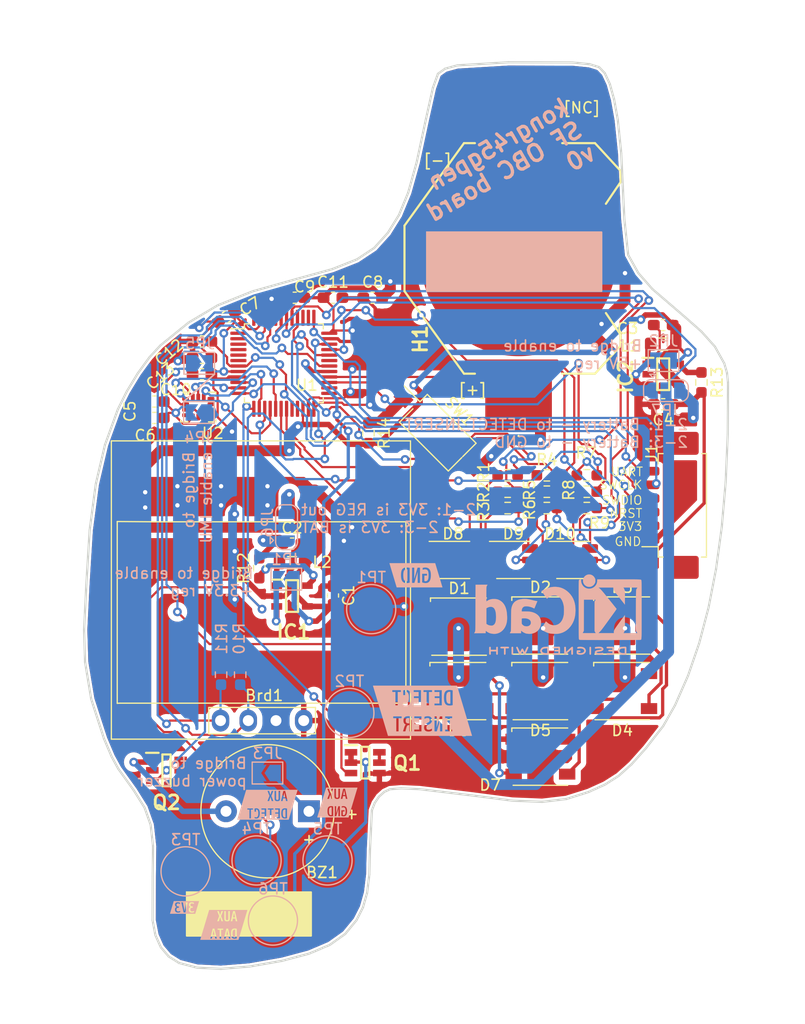
<source format=kicad_pcb>
(kicad_pcb (version 20221018) (generator pcbnew)
  (layers (0 "F.Cu" signal) (31 "B.Cu" signal) (34 "B.Paste" user) (35 "F.Paste" user) (36 "B.SilkS" user "B.Silkscreen") (37 "F.SilkS" user "F.Silkscreen") (38 "B.Mask" user) (39 "F.Mask" user) (44 "Edge.Cuts" user))
  (net 0 "")
  (net 1 "Net-(BZ1-+)")
  (net 2 "Net-(JP6-A)")
  (net 3 "Net-(H1--)")
  (net 4 "Net-(IC1-LX)")
  (net 5 "Net-(IC2-LX)")
  (net 6 "GND")
  (net 7 "VCC")
  (net 8 "Net-(D1-DO)")
  (net 9 "Net-(D2-DO)")
  (net 10 "Net-(D3-DO)")
  (net 11 "Net-(D4-DO)")
  (net 12 "Net-(D5-DO)")
  (net 13 "Net-(D6-DO)")
  (net 15 "Net-(D8-GK)")
  (net 16 "Net-(D8-RK)")
  (net 17 "Net-(D8-BK)")
  (net 18 "Net-(D9-GK)")
  (net 19 "Net-(D9-RK)")
  (net 20 "Net-(D9-BK)")
  (net 21 "Net-(D10-GK)")
  (net 22 "Net-(D10-RK)")
  (net 23 "Net-(D10-BK)")
  (net 24 "/DETECT_INSERT")
  (net 25 "/DETECT_AUX")
  (net 26 "/AUX_DATA")
  (net 45 "Net-(H1-+_1)")
  (net 46 "/I2C_SDA")
  (net 47 "/I2C_SCL")
  (net 48 "+3.3V")
  (net 49 "Net-(BZ1--)")
  (net 50 "Net-(JP4-B)")
  (net 51 "/LED_DATA")
  (net 52 "+5V")
  (net 53 "Net-(IC1-CE)")
  (net 54 "Net-(IC1-VOUT)")
  (net 55 "Net-(IC2-CE)")
  (net 56 "Net-(IC2-VOUT)")
  (net 57 "/NRST")
  (net 58 "/SWDIO")
  (net 59 "/SWCLK")
  (net 60 "/UART_TX")
  (net 61 "Net-(JP5-A)")
  (net 62 "/AUX_GND")
  (net 63 "/AUX_OUT")
  (net 64 "Net-(Q1-D_3)")
  (net 65 "/BUZZER_OUT")
  (net 66 "Net-(Q2-D_3)")
  (net 67 "/LED1")
  (net 68 "/LED2")
  (net 69 "/LED3")
  (net 70 "/LED4")
  (net 71 "/LED5")
  (net 72 "/LED6")
  (net 73 "/LED7")
  (net 74 "/LED8")
  (net 75 "/LED9")
  (net 76 "Net-(SW1-A)")
  (net 77 "/SPI_MISO")
  (net 78 "/SPI_NSS")
  (net 79 "/SPI_CLK")
  (net 80 "/SPI_MOSI")
  (footprint "Resistor_SMD:R_0603_1608Metric_Pad0.98x0.95mm_HandSolder" (layer "F.Cu") (at 117.75 83.75 -90)
    (fp_text reference "R13")
    (fp_text value "0")
  )
  (footprint "Resistor_SMD:R_0603_1608Metric_Pad0.98x0.95mm_HandSolder" (layer "F.Cu") (at 87.25 88.4 -90)
    (fp_text reference "R14")
    (fp_text value "0")
  )
  (footprint "Resistor_SMD:R_0603_1608Metric_Pad0.98x0.95mm_HandSolder" (layer "F.Cu") (at 100 95.25)
    (fp_text reference "R3")
    (fp_text value "510")
  )
  (footprint "Resistor_SMD:R_0603_1608Metric_Pad0.98x0.95mm_HandSolder" (layer "F.Cu") (at 107.25 93.75)
    (fp_text reference "R8")
    (fp_text value "510")
  )
  (footprint "Capacitor_SMD:C_0603_1608Metric_Pad1.08x0.95mm_HandSolder" (layer "F.Cu") (at 74.25 77.75 -150)
    (fp_text reference "C7")
    (fp_text value "100nF")
  )
  (footprint "SamacSys_Parts:SOT95P280X145-6N" (layer "F.Cu") (at 68.75 119.25)
    (fp_text reference "Q2")
    (fp_text value "IRLTS6342TRPBF" hide)
  )
  (footprint "Capacitor_SMD:C_0603_1608Metric_Pad1.08x0.95mm_HandSolder" (layer "F.Cu") (at 114.25 78.5)
    (fp_text reference "C3")
    (fp_text value "10uF")
  )
  (footprint "Resistor_SMD:R_0603_1608Metric_Pad0.98x0.95mm_HandSolder" (layer "F.Cu") (at 77.25 100.75 90)
    (fp_text reference "R12")
    (fp_text value "0")
  )
  (footprint "Package_QFP:LQFP-48_7x7mm_P0.5mm" (layer "F.Cu") (at 79.5 82)
    (fp_text reference "U1")
    (fp_text value "STM32L552CETx")
  )
  (footprint "Capacitor_SMD:C_0603_1608Metric_Pad1.08x0.95mm_HandSolder" (layer "F.Cu") (at 67.6375 85.5 180)
    (fp_text reference "C5")
    (fp_text value "100nF")
  )
  (footprint "Capacitor_SMD:C_0603_1608Metric_Pad1.08x0.95mm_HandSolder" (layer "F.Cu") (at 84 103.25 -90)
    (fp_text reference "C1")
    (fp_text value "10uF")
  )
  (footprint "Resistor_SMD:R_0603_1608Metric_Pad0.98x0.95mm_HandSolder" (layer "F.Cu") (at 107.25 95.25)
    (fp_text reference "R9")
    (fp_text value "510")
  )
  (footprint "Inductor_SMD:L_0805_2012Metric_Pad1.05x1.20mm_HandSolder" (layer "F.Cu") (at 114.25 80.25)
    (fp_text reference "L1")
    (fp_text value "2.2uH")
  )
  (footprint "SamacSys_Parts:SOT95P280X130-5N" (layer "F.Cu") (at 80.25 103.3)
    (fp_text reference "IC1")
    (fp_text value "RP402N331E-TR-FE" hide)
  )
  (footprint "Connector_Molex:Molex_PicoBlade_53261-0671_1x06-1MP_P1.25mm_Horizontal" (layer "F.Cu") (at 115.5 95 90)
    (fp_text reference "J1")
    (fp_text value "Conn_01x06_Pin")
  )
  (footprint "Capacitor_SMD:C_0603_1608Metric_Pad1.08x0.95mm_HandSolder" (layer "F.Cu") (at 84 76)
    (fp_text reference "C11")
    (fp_text value "4.7uF")
  )
  (footprint "SamacSys_Parts:SOT95P280X130-5N" (layer "F.Cu") (at 114.25 83)
    (fp_text reference "IC2")
    (fp_text value "RP402N331E-TR-FE" hide)
  )
  (footprint "Buzzer_Beeper:Buzzer_12x9.5RM7.6" (layer "F.Cu") (at 81.8 123 180)
    (fp_text reference "BZ1")
    (fp_text value "Buzzer")
  )
  (footprint "LED_SMD:LED_Inolux_IN-PI554FCH_PLCC4_5.0x5.0mm_P3.2mm" (layer "F.Cu") (at 103 112)
    (fp_text reference "D5")
    (fp_text value "Inolux_IN-PI554FCH")
  )
  (footprint "Capacitor_SMD:C_0603_1608Metric_Pad1.08x0.95mm_HandSolder" (layer "F.Cu") (at 87.6375 76)
    (fp_text reference "C8")
    (fp_text value "100nF")
  )
  (footprint "Capacitor_SMD:C_0603_1608Metric_Pad1.08x0.95mm_HandSolder" (layer "F.Cu") (at 80.25 98.5)
    (fp_text reference "C2")
    (fp_text value "10uF")
  )
  (footprint "LED_SMD:LED_ROHM_SMLVN6" (layer "F.Cu") (at 100.525 100)
    (fp_text reference "D9")
    (fp_text value "SMLVN6RGB")
  )
  (footprint "SamacSys_Parts:SOT95P280X145-6N" (layer "F.Cu") (at 86.95 118.55)
    (fp_text reference "Q1")
    (fp_text value "IRLTS6342TRPBF" hide)
  )
  (footprint "Resistor_SMD:R_0603_1608Metric_Pad0.98x0.95mm_HandSolder" (layer "F.Cu") (at 100 93.75)
    (fp_text reference "R2")
    (fp_text value "510")
  )
  (footprint "Resistor_SMD:R_0603_1608Metric_Pad0.98x0.95mm_HandSolder" (layer "F.Cu") (at 103.5875 93.75)
    (fp_text reference "R5")
    (fp_text value "510")
  )
  (footprint "Resistor_SMD:R_0603_1608Metric_Pad0.98x0.95mm_HandSolder" (layer "F.Cu") (at 107.25 92.25)
    (fp_text reference "R7")
    (fp_text value "330")
  )
  (footprint "LED_SMD:LED_ROHM_SMLVN6" (layer "F.Cu") (at 95 100)
    (fp_text reference "D8")
    (fp_text value "SMLVN6RGB")
  )
  (footprint "Capacitor_SMD:C_0603_1608Metric_Pad1.08x0.95mm_HandSolder" (layer "F.Cu") (at 67.6375 87 180)
    (fp_text reference "C6")
    (fp_text value "100nF")
  )
  (footprint "Capacitor_SMD:C_0603_1608Metric_Pad1.08x0.95mm_HandSolder" (layer "F.Cu") (at 72 83 180)
    (fp_text reference "C10")
    (fp_text value "100nF")
  )
  (footprint "LED_SMD:LED_Inolux_IN-PI554FCH_PLCC4_5.0x5.0mm_P3.2mm" (layer "F.Cu") (at 110.5 106)
    (fp_text reference "D3")
    (fp_text value "Inolux_IN-PI554FCH")
  )
  (footprint "SSD1306:128x64OLED" (layer "F.Cu") (at 77.7 104.1 180)
    (fp_text reference "Brd1")
    (fp_text value "SSD1306")
  )
  (footprint "Capacitor_SMD:C_0603_1608Metric_Pad1.08x0.95mm_HandSolder" (layer "F.Cu") (at 80.5 76 180)
    (fp_text reference "C9")
    (fp_text value "100nF")
  )
  (footprint "Capacitor_SMD:C_0603_1608Metric_Pad1.08x0.95mm_HandSolder" (layer "F.Cu") (at 72 80)
    (fp_text reference "C12")
    (fp_text value "100nF")
  )
  (footprint "LED_SMD:LED_Inolux_IN-PI554FCH_PLCC4_5.0x5.0mm_P3.2mm" (layer "F.Cu") (at 103 118)
    (fp_text reference "D7")
    (fp_text value "Inolux_IN-PI554FCH")
  )
  (footprint "LED_SMD:LED_Inolux_IN-PI554FCH_PLCC4_5.0x5.0mm_P3.2mm" (layer "F.Cu") (at 95.5 112)
    (fp_text reference "D6")
    (fp_text value "Inolux_IN-PI554FCH")
  )
  (footprint "LED_SMD:LED_Inolux_IN-PI554FCH_PLCC4_5.0x5.0mm_P3.2mm" (layer "F.Cu") (at 110.5 112)
    (fp_text reference "D4")
    (fp_text value "Inolux_IN-PI554FCH")
  )
  (footprint "Resistor_SMD:R_0603_1608Metric_Pad0.98x0.95mm_HandSolder" (layer "F.Cu") (at 103.5875 92.25)
    (fp_text reference "R4")
    (fp_text value "330")
  )
  (footprint "Capacitor_SMD:C_0603_1608Metric_Pad1.08x0.95mm_HandSolder" (layer "F.Cu") (at 114.25 85.75 180)
    (fp_text reference "C4")
    (fp_text value "10uF")
  )
  (footprint "Resistor_SMD:R_0603_1608Metric_Pad0.98x0.95mm_HandSolder" (layer "F.Cu") (at 100 92.25)
    (fp_text reference "R1")
    (fp_text value "330")
  )
  (footprint "Resistor_SMD:R_0603_1608Metric_Pad0.98x0.95mm_HandSolder" (layer "F.Cu") (at 103.5875 95.25)
    (fp_text reference "R6")
    (fp_text value "510")
  )
  (footprint "LED_SMD:LED_ROHM_SMLVN6" (layer "F.Cu") (at 106.025 100)
    (fp_text reference "D10")
    (fp_text value "SMLVN6RGB")
  )
  (footprint "Inductor_SMD:L_0805_2012Metric_Pad1.05x1.20mm_HandSolder" (layer "F.Cu") (at 80.25 100.25)
    (fp_text reference "L2")
    (fp_text value "2.2uH")
  )
  (footprint "Package_LGA:LGA-14_3x2.5mm_P0.5mm_LayoutBorder3x4y" (layer "F.Cu") (at 71.6625 86)
    (fp_text reference "U2")
    (fp_text value "LSM6DSL")
  )
  (footprint "SamacSys_Parts:BATHLD003SMTTR" (layer "F.Cu") (at 101 72.4 90)
    (fp_text reference "H1")
    (fp_text value "BAT-HLD-003-SMT-TR" hide)
  )
  (footprint "LED_SMD:LED_Inolux_IN-PI554FCH_PLCC4_5.0x5.0mm_P3.2mm" (layer "F.Cu") (at 95.55 106.1)
    (fp_text reference "D1")
    (fp_text value "Inolux_IN-PI554FCH")
  )
  (footprint "Capacitor_SMD:C_0603_1608Metric_Pad1.08x0.95mm_HandSolder" (layer "F.Cu") (at 72 81.5 180)
    (fp_text reference "C13")
    (fp_text value "1uF")
  )
  (footprint "LED_SMD:LED_Inolux_IN-PI554FCH_PLCC4_5.0x5.0mm_P3.2mm" (layer "F.Cu") (at 103 106)
    (fp_text reference "D2")
    (fp_text value "Inolux_IN-PI554FCH")
  )
  (footprint "Button_Switch_SMD:SW_DIP_SPSTx01_Slide_Omron_A6S-110x_W8.9mm_P2.54mm" (layer "F.Cu") (at 93.603375 88.353375 -45)
    (fp_text reference "SW1")
    (fp_text value "SW_SPST")
  )
  (footprint "kibuzzard-65246046" (layer "B.Cu") (at 92.2 113.8 180)
    (fp_text reference "kibuzzard-65246046" hide)
    (fp_text value "G***" hide)
  )
  (footprint "Jumper:SolderJumper-2_P1.3mm_Open_TrianglePad1.0x1.5mm" (layer "B.Cu") (at 114.275 81.75 180)
    (fp_text reference "JP2")
    (fp_text value "Jumper_2_Open")
  )
  (footprint "kibuzzard-65245FE4" (layer "B.Cu") (at 91.6 101.4 180)
    (fp_text reference "kibuzzard-65245FE4" hide)
    (fp_text value "G***" hide)
  )
  (footprint "Jumper:SolderJumper-3_P1.3mm_Open_RoundedPad1.0x1.5mm" (layer "B.Cu") (at 79.75 97 90)
    (fp_text reference "JP6")
    (fp_text value "SolderJumper_3_Open")
  )
  (footprint "TestPoint:TestPoint_Pad_D4.0mm" (layer "B.Cu") (at 83.5 127.5 180)
    (fp_text reference "TP5")
    (fp_text value "TestPoint")
  )
  (footprint "kibuzzard-652460C9" (layer "B.Cu") (at 84.4 122.2 180)
    (fp_text reference "kibuzzard-652460C9" hide)
    (fp_text value "G***" hide)
  )
  (footprint "Jumper:SolderJumper-2_P1.3mm_Open_TrianglePad1.0x1.5mm" (layer "B.Cu") (at 79.725 101.75 180)
    (fp_text reference "JP1")
    (fp_text value "Jumper_2_Open")
  )
  (footprint "Resistor_SMD:R_0603_1608Metric_Pad0.98x0.95mm_HandSolder" (layer "B.Cu") (at 73.75 110.5 90)
    (fp_text reference "R11")
    (fp_text value "DNC")
  )
  (footprint "Resistor_SMD:R_0603_1608Metric_Pad0.98x0.95mm_HandSolder" (layer "B.Cu") (at 75.5 110.5 90)
    (fp_text reference "R10")
    (fp_text value "DNC")
  )
  (footprint "TestPoint:TestPoint_Pad_D4.0mm" (layer "B.Cu") (at 77 127.5 180)
    (fp_text reference "TP4")
    (fp_text value "TestPoint")
  )
  (footprint "kibuzzard-652460F9" (layer "B.Cu") (at 74 133.4 180)
    (fp_text reference "kibuzzard-652460F9" hide)
    (fp_text value "G***" hide)
  )
  (footprint "TestPoint:TestPoint_Pad_D4.0mm" (layer "B.Cu") (at 87.5 104.5 180)
    (fp_text reference "TP1")
    (fp_text value "TestPoint")
  )
  (footprint "kibuzzard-652460F2" (layer "B.Cu") (at 70.4 131.8 180)
    (fp_text reference "kibuzzard-652460F2" hide)
    (fp_text value "G***" hide)
  )
  (footprint "TestPoint:TestPoint_Pad_D4.0mm" (layer "B.Cu") (at 85.5 114 180)
    (fp_text reference "TP2")
    (fp_text value "TestPoint")
  )
  (footprint "Jumper:SolderJumper-2_P1.3mm_Open_TrianglePad1.0x1.5mm" (layer "B.Cu") (at 71.75 82)
    (fp_text reference "JP5")
    (fp_text value "Jumper_2_Open")
  )
  (footprint "TestPoint:TestPoint_Pad_D4.0mm" (layer "B.Cu") (at 70.5 128.5 180)
    (fp_text reference "TP3")
    (fp_text value "TestPoint")
  )
  (footprint "TestPoint:TestPoint_Pad_D4.0mm" (layer "B.Cu") (at 78.5 133 180)
    (fp_text reference "TP6")
    (fp_text value "TestPoint")
  )
  (footprint "Jumper:SolderJumper-2_P1.3mm_Open_TrianglePad1.0x1.5mm" (layer "B.Cu") (at 71.725 86.5 180)
    (fp_text reference "JP4")
    (fp_text value "Jumper_2_Open")
  )
  (footprint "kibuzzard-652460E7" (layer "B.Cu") (at 78 122.4 180)
    (fp_text reference "kibuzzard-652460E7" hide)
    (fp_text value "G***" hide)
  )
  (footprint "Jumper:SolderJumper-3_P1.3mm_Open_RoundedPad1.0x1.5mm" (layer "B.Cu") (at 114.5 84.5)
    (fp_text reference "JP7")
    (fp_text value "SolderJumper_3_Open")
  )
  (footprint "Jumper:SolderJumper-2_P1.3mm_Open_TrianglePad1.0x1.5mm" (layer "B.Cu") (at 78 119.5 180)
    (fp_text reference "JP3")
    (fp_text value "Jumper_2_Open")
  )
  (footprint "Symbol:KiCad-Logo2_6mm_SilkScreen" (layer "B.Cu") (at 104.607487 104.304848 180)
    (fp_text reference "REF**" hide)
    (fp_text value "KiCad-Logo2_6mm_SilkScreen" hide)
  )
  (gr_line (start 73.15 83) (end 70.325 85.5) (stroke (width 0.15)) (layer "B.SilkS"))
  (gr_rect (start 92.6 70) (end 108.6 75.4) (stroke (width 0.15)) (fill solid) (layer "B.SilkS"))
  (gr_rect (start 70.6 130.4) (end 82 134.4) (stroke (width 0.15)) (fill solid) (layer "F.SilkS"))
  (gr_line (start 63.725023 118.002161) (end 64.329393 119.10583) (stroke (width 0.2)) (layer "Edge.Cuts"))
  (gr_line (start 67.518173 126.209277) (end 67.484793 128.96356) (stroke (width 0.2)) (layer "Edge.Cuts"))
  (gr_line (start 76.361555 137.209915) (end 79.358532 136.683368) (stroke (width 0.2)) (layer "Edge.Cuts"))
  (gr_line (start 119.611787 97.001727) (end 119.968344 92.891935) (stroke (width 0.2)) (layer "Edge.Cuts"))
  (gr_line (start 67.474153 132.98045) (end 67.734761 134.338098) (stroke (width 0.2)) (layer "Edge.Cuts"))
  (gr_line (start 117.54626 107.613522) (end 118.401328 104.358982) (stroke (width 0.2)) (layer "Edge.Cuts"))
  (gr_line (start 96.750329 121.554234) (end 100.41637 122.027195) (stroke (width 0.2)) (layer "Edge.Cuts"))
  (gr_line (start 87.129282 130.45719) (end 87.332642 128.777605) (stroke (width 0.2)) (layer "Edge.Cuts"))
  (gr_line (start 86.153992 132.971118) (end 86.745799 131.80651) (stroke (width 0.2)) (layer "Edge.Cuts"))
  (gr_line (start 120.088991 82.868485) (end 119.843511 82.013047) (stroke (width 0.2)) (layer "Edge.Cuts"))
  (gr_line (start 63.023281 116.346861) (end 63.725023 118.002161) (stroke (width 0.2)) (layer "Edge.Cuts"))
  (gr_line (start 86.186953 72.49252) (end 83.933276 73.381446) (stroke (width 0.2)) (layer "Edge.Cuts"))
  (gr_line (start 113.252601 75.200219) (end 111.971248 73.740092) (stroke (width 0.2)) (layer "Edge.Cuts"))
  (gr_line (start 107.413729 121.236912) (end 108.931538 120.549574) (stroke (width 0.2)) (layer "Edge.Cuts"))
  (gr_line (start 118.982444 80.470631) (end 117.748319 79.091608) (stroke (width 0.2)) (layer "Edge.Cuts"))
  (gr_line (start 83.933276 73.381446) (end 80.685555 74.27472) (stroke (width 0.2)) (layer "Edge.Cuts"))
  (gr_line (start 81.82901 136.025211) (end 83.713693 135.226115) (stroke (width 0.2)) (layer "Edge.Cuts"))
  (gr_line (start 79.358532 136.683368) (end 81.82901 136.025211) (stroke (width 0.2)) (layer "Edge.Cuts"))
  (gr_line (start 65.117916 84.562334) (end 64.289475 86.22609) (stroke (width 0.2)) (layer "Edge.Cuts"))
  (gr_line (start 64.289475 86.22609) (end 63.117874 89.4488) (stroke (width 0.2)) (layer "Edge.Cuts"))
  (gr_line (start 62.271111 93.059235) (end 61.712208 97.262973) (stroke (width 0.2)) (layer "Edge.Cuts"))
  (gr_line (start 87.77308 71.443132) (end 86.186953 72.49252) (stroke (width 0.2)) (layer "Edge.Cuts"))
  (gr_line (start 83.713693 135.226115) (end 85.119661 134.227583) (stroke (width 0.2)) (layer "Edge.Cuts"))
  (gr_line (start 110.405535 62.774386) (end 110.090495 59.720422) (stroke (width 0.2)) (layer "Edge.Cuts"))
  (gr_line (start 69.909703 136.88795) (end 69.909622 136.887931) (stroke (width 0.2)) (layer "Edge.Cuts"))
  (gr_line (start 105.368003 121.879844) (end 107.413729 121.236912) (stroke (width 0.2)) (layer "Edge.Cuts"))
  (gr_line (start 111.039339 72.076022) (end 110.694246 68.834639) (stroke (width 0.2)) (layer "Edge.Cuts"))
  (gr_line (start 66.740241 122.665367) (end 67.298607 124.240251) (stroke (width 0.2)) (layer "Edge.Cuts"))
  (gr_line (start 85.119661 134.227583) (end 86.153992 132.971118) (stroke (width 0.2)) (layer "Edge.Cuts"))
  (gr_line (start 68.190555 80.36499) (end 67.187559 81.452836) (stroke (width 0.2)) (layer "Edge.Cuts"))
  (gr_line (start 110.694246 68.834639) (end 110.544882 65.773276) (stroke (width 0.2)) (layer "Edge.Cuts"))
  (gr_line (start 73.463404 76.68051) (end 70.781951 78.266096) (stroke (width 0.2)) (layer "Edge.Cuts"))
  (gr_line (start 120.159893 88.489979) (end 120.187019 83.792322) (stroke (width 0.2)) (layer "Edge.Cuts"))
  (gr_line (start 119.968344 92.891935) (end 120.159893 88.489979) (stroke (width 0.2)) (layer "Edge.Cuts"))
  (gr_line (start 68.228099 135.442768) (end 68.953351 136.293153) (stroke (width 0.2)) (layer "Edge.Cuts"))
  (gr_line (start 66.123645 82.9116) (end 65.117916 84.562334) (stroke (width 0.2)) (layer "Edge.Cuts"))
  (gr_line (start 87.829099 122.23714) (end 88.217768 121.662815) (stroke (width 0.2)) (layer "Edge.Cuts"))
  (gr_line (start 112.673429 117.219162) (end 114.248096 115.200847) (stroke (width 0.2)) (layer "Edge.Cuts"))
  (gr_line (start 91.924825 120.975691) (end 96.750329 121.554234) (stroke (width 0.2)) (layer "Edge.Cuts"))
  (gr_line (start 90.884194 66.390115) (end 90.039558 68.432784) (stroke (width 0.2)) (layer "Edge.Cuts"))
  (gr_line (start 118.401328 104.358982) (end 119.089643 100.822897) (stroke (width 0.2)) (layer "Edge.Cuts"))
  (gr_line (start 88.695476 121.229522) (end 89.222999 120.982878) (stroke (width 0.2)) (layer "Edge.Cuts"))
  (gr_line (start 67.734761 134.338098) (end 68.228099 135.442768) (stroke (width 0.2)) (layer "Edge.Cuts"))
  (gr_line (start 120.187019 83.792322) (end 120.088991 82.868485) (stroke (width 0.2)) (layer "Edge.Cuts"))
  (gr_line (start 119.843511 82.013047) (end 118.982444 80.470631) (stroke (width 0.2)) (layer "Edge.Cuts"))
  (gr_line (start 110.544882 65.773276) (end 110.405535 62.774386) (stroke (width 0.2)) (layer "Edge.Cuts"))
  (gr_line (start 108.374055 54.893292) (end 107.506487 54.624764) (stroke (width 0.2)) (layer "Edge.Cuts"))
  (gr_line (start 115.333539 113.292122) (end 116.523858 110.590056) (stroke (width 0.2)) (layer "Edge.Cuts"))
  (gr_line (start 105.907115 54.465286) (end 100.065065 54.44956) (stroke (width 0.2)) (layer "Edge.Cuts"))
  (gr_line (start 119.089643 100.822897) (end 119.611787 97.001727) (stroke (width 0.2)) (layer "Edge.Cuts"))
  (gr_line (start 117.748319 79.091608) (end 116.285637 77.80251) (stroke (width 0.2)) (layer "Edge.Cuts"))
  (gr_line (start 108.931538 120.549574) (end 110.166549 119.763541) (stroke (width 0.2)) (layer "Edge.Cuts"))
  (gr_line (start 92.493845 59.74527) (end 91.664733 63.605823) (stroke (width 0.2)) (layer "Edge.Cuts"))
  (gr_line (start 70.781951 78.266096) (end 68.190555 80.36499) (stroke (width 0.2)) (layer "Edge.Cuts"))
  (gr_line (start 61.855273 112.73905) (end 63.023281 116.346861) (stroke (width 0.2)) (layer "Edge.Cuts"))
  (gr_line (start 87.384082 126.622198) (end 87.568689 122.906878) (stroke (width 0.2)) (layer "Edge.Cuts"))
  (gr_line (start 67.484793 128.96356) (end 67.474153 132.98045) (stroke (width 0.2)) (layer "Edge.Cuts"))
  (gr_line (start 90.240726 120.900928) (end 91.924825 120.975691) (stroke (width 0.2)) (layer "Edge.Cuts"))
  (gr_line (start 86.745799 131.80651) (end 87.129282 130.45719) (stroke (width 0.2)) (layer "Edge.Cuts"))
  (gr_line (start 100.065065 54.44956) (end 95.387208 54.731064) (stroke (width 0.2)) (layer "Edge.Cuts"))
  (gr_line (start 67.298607 124.240251) (end 67.518173 126.209277) (stroke (width 0.2)) (layer "Edge.Cuts"))
  (gr_line (start 65.757223 121.09351) (end 66.740241 122.665367) (stroke (width 0.2)) (layer "Edge.Cuts"))
  (gr_line (start 89.018155 70.06847) (end 87.77308 71.443132) (stroke (width 0.2)) (layer "Edge.Cuts"))
  (gr_line (start 61.712208 97.262973) (end 61.404185 102.26559) (stroke (width 0.2)) (layer "Edge.Cuts"))
  (gr_line (start 91.664733 63.605823) (end 90.884194 66.390115) (stroke (width 0.2)) (layer "Edge.Cuts"))
  (gr_line (start 67.187559 81.452836) (end 66.123645 82.9116) (stroke (width 0.2)) (layer "Edge.Cuts"))
  (gr_line (start 64.329393 119.10583) (end 65.757223 121.09351) (stroke (width 0.2)) (layer "Edge.Cuts"))
  (gr_line (start 73.731403 137.420744) (end 76.361555 137.209915) (stroke (width 0.2)) (layer "Edge.Cuts"))
  (gr_line (start 63.117874 89.4488) (end 62.271111 93.059235) (stroke (width 0.2)) (layer "Edge.Cuts"))
  (gr_line (start 88.217768 121.662815) (end 88.695476 121.229522) (stroke (width 0.2)) (layer "Edge.Cuts"))
  (gr_line (start 109.752211 57.848834) (end 109.355102 56.425303) (stroke (width 0.2)) (layer "Edge.Cuts"))
  (gr_line (start 109.355102 56.425303) (end 108.896579 55.442549) (stroke (width 0.2)) (layer "Edge.Cuts"))
  (gr_line (start 110.090495 59.720422) (end 109.752211 57.848834) (stroke (width 0.2)) (layer "Edge.Cuts"))
  (gr_line (start 108.896579 55.442549) (end 108.374055 54.893292) (stroke (width 0.2)) (layer "Edge.Cuts"))
  (gr_line (start 61.291191 109.350008) (end 61.855273 112.73905) (stroke (width 0.2)) (layer "Edge.Cuts"))
  (gr_line (start 100.41637 122.027195) (end 103.162239 122.139501) (stroke (width 0.2)) (layer "Edge.Cuts"))
  (gr_line (start 103.162239 122.139501) (end 105.368003 121.879844) (stroke (width 0.2)) (layer "Edge.Cuts"))
  (gr_line (start 61.404185 102.26559) (end 61.2 106.4) (stroke (width 0.2)) (layer "Edge.Cuts"))
  (gr_line (start 90.039558 68.432784) (end 89.018155 70.06847) (stroke (width 0.2)) (layer "Edge.Cuts"))
  (gr_line (start 87.332642 128.777605) (end 87.384082 126.622198) (stroke (width 0.2)) (layer "Edge.Cuts"))
  (gr_line (start 89.222999 120.982878) (end 90.240726 120.900928) (stroke (width 0.2)) (layer "Edge.Cuts"))
  (gr_line (start 61.2 106.4) (end 61.291191 109.350008) (stroke (width 0.2)) (layer "Edge.Cuts"))
  (gr_line (start 111.340075 118.709756) (end 112.673429 117.219162) (stroke (width 0.2)) (layer "Edge.Cuts"))
  (gr_line (start 93.613815 55.50404) (end 93.149242 56.800675) (stroke (width 0.2)) (layer "Edge.Cuts"))
  (gr_line (start 107.506487 54.624764) (end 105.907115 54.465286) (stroke (width 0.2)) (layer "Edge.Cuts"))
  (gr_line (start 110.166549 119.763541) (end 111.340075 118.709756) (stroke (width 0.2)) (layer "Edge.Cuts"))
  (gr_line (start 93.149242 56.800675) (end 92.493845 59.74527) (stroke (width 0.2)) (layer "Edge.Cuts"))
  (gr_line (start 69.909622 136.887931) (end 71.552589 137.314026) (stroke (width 0.2)) (layer "Edge.Cuts"))
  (gr_line (start 87.568689 122.906878) (end 87.829099 122.23714) (stroke (width 0.2)) (layer "Edge.Cuts"))
  (gr_line (start 114.248096 115.200847) (end 115.333539 113.292122) (stroke (width 0.2)) (layer "Edge.Cuts"))
  (gr_line (start 111.971248 73.740092) (end 111.039339 72.076022) (stroke (width 0.2)) (layer "Edge.Cuts"))
  (gr_line (start 116.523858 110.590056) (end 117.54626 107.613522) (stroke (width 0.2)) (layer "Edge.Cuts"))
  (gr_line (start 76.632182 75.414596) (end 73.463404 76.68051) (stroke (width 0.2)) (layer "Edge.Cuts"))
  (gr_line (start 95.387208 54.731064) (end 94.271411 55.034222) (stroke (width 0.2)) (layer "Edge.Cuts"))
  (gr_line (start 71.552589 137.314026) (end 73.731403 137.420744) (stroke (width 0.2)) (layer "Edge.Cuts"))
  (gr_line (start 80.685555 74.27472) (end 76.632182 75.414596) (stroke (width 0.2)) (layer "Edge.Cuts"))
  (gr_line (start 94.271411 55.034222) (end 93.613815 55.50404) (stroke (width 0.2)) (layer "Edge.Cuts"))
  (gr_line (start 68.953351 136.293153) (end 69.909703 136.88795) (stroke (width 0.2)) (layer "Edge.Cuts"))
  (gr_line (start 116.285637 77.80251) (end 113.252601 75.200219) (stroke (width 0.2)) (layer "Edge.Cuts"))
  (gr_text "2-1: Battery - to DETECT_INSERT\n2-3: Battery - to GND" (at 116.6 89.8) (layer "B.SilkS") (effects (font (size 1 1)) (justify left bottom mirror)))
  (gr_text "Bridge to\nenable IMU" (at 73 90 90) (layer "B.SilkS") (effects (font (size 1 1)) (justify left bottom mirror)))
  (gr_text "2-1: 3V3 is REG out\n2-3: 3V3 is BAT" (at 81 97.6) (layer "B.SilkS") (effects (font (size 1 1)) (justify right bottom mirror)))
  (gr_text "Bridge to enable\n+5V reg" (at 112.4 82.6) (layer "B.SilkS") (effects (font (size 1 1)) (justify left bottom mirror)))
  (gr_text "kongr45gpen\nSF OBC board\nv0" (at 108.4 63.2 30) (layer "B.SilkS") (effects (font (size 1.5 1.5) (thickness 0.3) bold) (justify left bottom mirror)))
  (gr_text "Bridge to\npower buzzer" (at 76.2 120.8) (layer "B.SilkS") (effects (font (size 1 1)) (justify left bottom mirror)))
  (gr_text "Bridge to enable\n+3.3V reg" (at 76.8 103.4) (layer "B.SilkS") (effects (font (size 1 1)) (justify left bottom mirror)))
  (gr_text "3V3\n" (at 112.4 97.4) (layer "F.SilkS") (effects (font (size 0.8 0.8) (thickness 0.1)) (justify right bottom)))
  (gr_text "NRST" (at 112.4 96.2) (layer "F.SilkS") (effects (font (size 0.8 0.8) (thickness 0.1)) (justify right bottom)))
  (gr_text "SWCLK\n" (at 112.4 93.6) (layer "F.SilkS") (effects (font (size 0.8 0.8) (thickness 0.1)) (justify right bottom)))
  (gr_text "[+]" (at 95.4 85) (layer "F.SilkS") (effects (font (size 1 1)) (justify left bottom)))
  (gr_text "UART" (at 109.4 92.4) (layer "F.SilkS") (effects (font (size 0.8 0.8) (thickness 0.1)) (justify left bottom)))
  (gr_text "+" (at 85 123.8) (layer "F.SilkS") (effects (font (size 1 1)) (justify left bottom)))
  (gr_text "SWDIO\n" (at 112.4 95) (layer "F.SilkS") (effects (font (size 0.8 0.8) (thickness 0.1)) (justify right bottom)))
  (gr_text "[-]" (at 92.2 64) (layer "F.SilkS") (effects (font (size 1 1)) (justify left bottom)))
  (gr_text "GND\n" (at 112.3 98.785) (layer "F.SilkS") (effects (font (size 0.8 0.8) (thickness 0.1)) (justify right bottom)))
  (gr_text "[NC]" (at 105 59.2) (layer "F.SilkS") (effects (font (size 1 1)) (justify left bottom)))
  (segment (start 65.75 118.5) (end 67.25 118.5) (width 0.5) (layer "F.Cu") (net 1))
  (segment (start 67.25 118.5) (end 67.45 118.3) (width 0.5) (layer "F.Cu") (net 1))
  (segment (start 67.45 118.3) (end 67.45 119.25) (width 0.3) (layer "F.Cu") (net 1))
  (via (at 65.75 118.5) (size 0.8) (drill 0.4) (layers "F.Cu" "B.Cu") (net 1))
  (segment (start 70.25 123) (end 65.75 118.5) (width 0.5) (layer "B.Cu") (net 1))
  (segment (start 74.2 123) (end 70.25 123) (width 0.5) (layer "B.Cu") (net 1))
  (segment (start 77.6 98.2) (end 79.0875 98.2) (width 1) (layer "F.Cu") (net 2))
  (segment (start 77.25 99.8375) (end 78.5875 98.5) (width 0.5) (layer "F.Cu") (net 2))
  (segment (start 78.5875 98.5) (end 79.3875 98.5) (width 0.5) (layer "F.Cu") (net 2))
  (segment (start 79.0875 98.2) (end 79.3875 98.5) (width 1) (layer "F.Cu") (net 2))
  (via (at 77.6 98.2) (size 0.8) (drill 0.4) (layers "F.Cu" "B.Cu") (net 2))
  (segment (start 77.7 98.3) (end 77.6 98.2) (width 1) (layer "B.Cu") (net 2))
  (segment (start 79.75 98.3) (end 77.7 98.3) (width 1) (layer "B.Cu") (net 2))
  (segment (start 109.5505 81.0495) (end 101 72.499) (width 1) (layer "F.Cu") (net 3))
  (via (at 109.5505 81.0495) (size 0.8) (drill 0.4) (layers "F.Cu" "B.Cu") (net 3))
  (segment (start 109.5505 81.0495) (end 109.5505 82.355428) (width 1) (layer "B.Cu") (net 3))
  (segment (start 109.5505 82.355428) (end 111.695072 84.5) (width 1) (layer "B.Cu") (net 3))
  (segment (start 111.695072 84.5) (end 113.2 84.5) (width 1) (layer "B.Cu") (net 3))
  (segment (start 78.85 102.35) (end 78.85 100.5) (width 0.5) (layer "F.Cu") (net 4))
  (segment (start 112.85 82.05) (end 112.85 80.5) (width 0.5) (layer "F.Cu") (net 5))
  (segment (start 112.85 83) (end 113.55 83) (width 0.2) (layer "F.Cu") (net 6))
  (segment (start 114.460051 97.234188) (end 114.460051 90.825) (width 0.5) (layer "F.Cu") (net 6))
  (segment (start 78.837 76.8005) (end 79.6375 76) (width 0.2) (layer "F.Cu") (net 6))
  (segment (start 75.3375 82.75) (end 74.004617 82.75) (width 0.2) (layer "F.Cu") (net 6))
  (segment (start 113.569239 98.125) (end 114.460051 97.234188) (width 0.5) (layer "F.Cu") (net 6))
  (segment (start 77.51917 76.8005) (end 78.837 76.8005) (width 0.2) (layer "F.Cu") (net 6))
  (segment (start 77.25 78.60533) (end 76.98033 78.875) (width 0.2) (layer "F.Cu") (net 6))
  (segment (start 78.85 103.3) (end 77.498439 103.3) (width 0.5) (layer "F.Cu") (net 6))
  (segment (start 74.0005 79.25) (end 74.996947 78.253553) (width 0.2) (layer "F.Cu") (net 6))
  (segment (start 113.65 81.102817) (end 113.925 80.827817) (width 0.2) (layer "F.Cu") (net 6))
  (segment (start 80.923439 75) (end 82.2 75) (width 0.5) (layer "F.Cu") (net 6))
  (segment (start 86.4 80) (end 84.68033 80) (width 0.3) (layer "F.Cu") (net 6))
  (segment (start 113.1 100.4) (end 113.1 98.125) (width 0.5) (layer "F.Cu") (net 6))
  (segment (start 71.1375 80) (end 71.1375 83) (width 0.5) (layer "F.Cu") (net 6))
  (segment (start 87.8625 76.93841) (end 87.8625 78.5375) (width 0.3) (layer "F.Cu") (net 6))
  (segment (start 81.75 85.39467) (end 82.01967 85.125) (width 0.2) (layer "F.Cu") (net 6))
  (segment (start 114.05 90.414949) (end 114.05 88.235051) (width 0.5) (layer "F.Cu") (net 6))
  (segment (start 77.498439 103.3) (end 75 100.801561) (width 0.5) (layer "F.Cu") (net 6))
  (segment (start 75 100.801561) (end 75 99.2) (width 0.5) (layer "F.Cu") (net 6))
  (segment (start 115.285051 87) (end 117 87) (width 0.5) (layer "F.Cu") (net 6))
  (segment (start 78.85 103.3) (end 79.6 103.3) (width 0.5) (layer "F.Cu") (net 6))
  (segment (start 82.725 85.125) (end 82.8 85.2) (width 0.2) (layer "F.Cu") (net 6))
  (segment (start 77.3 77.7875) (end 77.3 77.01967) (width 0.2) (layer "F.Cu") (net 6))
  (segment (start 114.05 88.235051) (end 115.285051 87) (width 0.5) (layer "F.Cu") (net 6))
  (segment (start 80.000499 100.999501) (end 80.425 100.575) (width 0.5) (layer "F.Cu") (net 6))
  (segment (start 74.004617 82.75) (end 73.999312 82.744695) (width 0.2) (layer "F.Cu") (net 6))
  (segment (start 114.460051 90.825) (end 114.05 90.414949) (width 0.5) (layer "F.Cu") (net 6))
  (segment (start 79.6375 76) (end 80.2375 75.4) (width 0.5) (layer "F.Cu") (net 6))
  (segment (start 70.8375 81.8) (end 71.1375 81.5) (width 0.5) (layer "F.Cu") (net 6))
  (segment (start 84.43033 79.75) (end 83.6625 79.75) (width 0.3) (layer "F.Cu") (net 6))
  (segment (start 113.65 83.1) (end 113.65 85.4875) (width 0.2) (layer "F.Cu") (net 6))
  (segment (start 113.925 80.827817) (end 113.925 79.0375) (width 0.2) (layer "F.Cu") (net 6))
  (segment (start 110.25 103.25) (end 113.1 100.4) (width 0.5) (layer "F.Cu") (net 6))
  (segment (start 81.75 86.1625) (end 81.75 85.39467) (width 0.2) (layer "F.Cu") (net 6))
  (segment (start 77.3 77.01967) (end 77.51917 76.8005) (width 0.2) (layer "F.Cu") (net 6))
  (segment (start 85 85.2) (end 85.6 84.6) (width 0.2) (layer "F.Cu") (net 6))
  (segment (start 84.68033 80) (end 84.43033 79.75) (width 0.3) (layer "F.Cu") (net 6))
  (segment (start 80.000499 102.899501) (end 80.000499 100.999501) (width 0.5) (layer "F.Cu") (net 6))
  (segment (start 86.92409 76) (end 87.8625 76.93841) (width 0.3) (layer "F.Cu") (net 6))
  (segment (start 113.925 79.0375) (end 113.3875 78.5) (width 0.2) (layer "F.Cu") (net 6))
  (segment (start 84.8625 76) (end 86.775 76) (width 0.3) (layer "F.Cu") (net 6))
  (segment (start 79.6 103.3) (end 80.000499 102.899501) (width 0.5) (layer "F.Cu") (net 6))
  (segment (start 113.65 82.9) (end 113.65 81.102817) (width 0.2) (layer "F.Cu") (net 6))
  (segment (start 80.425 100.575) (end 80.425 99.1875) (width 0.5) (layer "F.Cu") (net 6))
  (segment (start 82.01967 85.125) (end 82.725 85.125) (width 0.2) (layer "F.Cu") (net 6))
  (segment (start 69.8 81.8) (end 70.8375 81.8) (width 0.5) (layer "F.Cu") (net 6))
  (segment (start 76.275 78.875) (end 74.996947 77.596947) (width 0.2) (layer "F.Cu") (net 6))
  (segment (start 80.523439 75.4) (end 80.923439 75) (width 0.5) (layer "F.Cu") (net 6))
  (segment (start 87.8625 78.5375) (end 86.4 80) (width 0.3) (layer "F.Cu") (net 6))
  (segment (start 82.8 85.2) (end 85 85.2) (width 0.2) (layer "F.Cu") (net 6))
  (segment (start 113.55 83) (end 113.65 82.9) (width 0.2) (layer "F.Cu") (net 6))
  (segment (start 77.25 77.8375) (end 77.25 78.60533) (width 0.2) (layer "F.Cu") (net 6))
  (segment (start 76.98033 78.875) (end 76.275 78.875) (width 0.2) (layer "F.Cu") (net 6))
  (segment (start 80.2375 75.4) (end 80.523439 75.4) (width 0.5) (layer "F.Cu") (net 6))
  (segment (start 113.55 83) (end 113.65 83.1) (width 0.2) (layer "F.Cu") (net 6))
  (segment (start 80.425 99.1875) (end 81.1125 98.5) (width 0.5) (layer "F.Cu") (net 6))
  (segment (start 74.996947 78.253553) (end 74.996947 77.31875) (width 0.2) (layer "F.Cu") (net 6))
  (via (at 103.25 106.25) (size 0.8) (drill 0.4) (layers "F.Cu" "B.Cu") (net 6))
  (via (at 85.6 84.6) (size 0.8) (drill 0.4) (layers "F.Cu" "B.Cu") (net 6))
  (via (at 117 87) (size 0.8) (drill 0.4) (layers "F.Cu" "B.Cu") (net 6))
  (via (at 110.75 106.25) (size 0.8) (drill 0.4) (layers "F.Cu" "B.Cu") (net 6))
  (via (at 110.75 110.75) (size 0.8) (drill 0.4) (layers "F.Cu" "B.Cu") (net 6))
  (via (at 75 103.6) (size 0.8) (drill 0.4) (layers "F.Cu" "B.Cu") (net 6))
  (via (at 69.8 81.8) (size 0.8) (drill 0.4) (layers "F.Cu" "B.Cu") (net 6))
  (via (at 95.5 106.25) (size 0.8) (drill 0.4) (layers "F.Cu" "B.Cu") (net 6))
  (via (at 75 95.8) (size 0.8) (drill 0.4) (layers "F.Cu" "B.Cu") (net 6))
  (via (at 74.0005 79.25) (size 0.8) (drill 0.4) (layers "F.Cu" "B.Cu") (net 6))
  (via (at 85.757966 82.5505) (size 0.8) (drill 0.4) (layers "F.Cu" "B.Cu") (net 6))
  (via (at 103.25 110.75) (size 0.8) (drill 0.4) (layers "F.Cu" "B.Cu") (net 6))
  (via (at 75 99.2) (size 0.8) (drill 0.4) (layers "F.Cu" "B.Cu") (net 6))
  (via (at 95.5 110.75) (size 0.8) (drill 0.4) (layers "F.Cu" "B.Cu") (net 6))
  (via (at 73.999312 82.744695) (size 0.8) (drill 0.4) (layers "F.Cu" "B.Cu") (net 6))
  (via (at 90.5 104.25) (size 0.8) (drill 0.4) (layers "F.Cu" "B.Cu") (net 6))
  (segment (start 69.8 81.550736) (end 69.8 81.8) (width 0.2) (layer "B.Cu") (net 6))
  (segment (start 73.999312 82.744695) (end 73.999312 79.251188) (width 0.2) (layer "B.Cu") (net 6))
  (segment (start 85.6 82.8) (end 85.757966 82.642034) (width 0.2) (layer "B.Cu") (net 6))
  (segment (start 87.75 104.25) (end 90.5 104.25) (width 0.3) (layer "B.Cu") (net 6))
  (segment (start 72.475 81.775736) (end 71.649264 80.95) (width 0.2) (layer "B.Cu") (net 6))
  (segment (start 117 87) (end 117 85.7) (width 1) (layer "B.Cu") (net 6))
  (segment (start 85.6 84.6) (end 85.6 82.8) (width 0.2) (layer "B.Cu") (net 6))
  (segment (start 73.219695 82.744695) (end 72.475 82) (width 0.2) (layer "B.Cu") (net 6))
  (segment (start 103.25 106.25) (end 103.25 110.75) (width 1) (layer "B.Cu") (net 6))
  (segment (start 117 85.7) (end 115.8 84.5) (width 1) (layer "B.Cu") (net 6))
  (segment (start 73.999312 82.744695) (end 73.219695 82.744695) (width 0.2) (layer "B.Cu") (net 6))
  (segment (start 85.757966 82.642034) (end 85.757966 82.5505) (width 0.2) (layer "B.Cu") (net 6))
  (segment (start 70.400736 80.95) (end 69.8 81.550736) (width 0.2) (layer "B.Cu") (net 6))
  (segment (start 95.5 106.25) (end 95.5 110.75) (width 1) (layer "B.Cu") (net 6))
  (segment (start 110.75 106.25) (end 110.75 110.75) (width 1) (layer "B.Cu") (net 6))
  (segment (start 71.649264 80.95) (end 70.400736 80.95) (width 0.2) (layer "B.Cu") (net 6))
  (segment (start 73.999312 79.251188) (end 74.0005 79.25) (width 0.2) (layer "B.Cu") (net 6))
  (segment (start 82.125 97.325) (end 81.800499 97.000499) (width 1) (layer "F.Cu") (net 7))
  (segment (start 81.800499 97.000499) (end 66.400499 97.000499) (width 1) (layer "F.Cu") (net 7))
  (segment (start 80 95.2) (end 82.125 97.325) (width 1) (layer "F.Cu") (net 7))
  (segment (start 115.4 80.25) (end 115.4 78.7875) (width 1) (layer "F.Cu") (net 7))
  (segment (start 82.8 98) (end 82.125 97.325) (width 1) (layer "F.Cu") (net 7))
  (segment (start 115.4 80.483483) (end 114.45 81.433483) (width 1) (layer "F.Cu") (net 7))
  (segment (start 68.2 90) (end 80 90) (width 1) (layer "F.Cu") (net 7))
  (segment (start 91.975989 84.575991) (end 91.399999 84.000001) (width 0.5) (layer "F.Cu") (net 7))
  (segment (start 80.79311 87.798837) (end 80.992447 87.5995) (width 0.5) (layer "F.Cu") (net 7))
  (segment (start 80 94) (end 80 95.2) (width 1) (layer "F.Cu") (net 7))
  (segment (start 83.598794 87.5995) (end 85.407416 89.408122) (width 0.5) (layer "F.Cu") (net 7))
  (segment (start 81.65 104.25) (end 83.8625 104.25) (width 0.5) (layer "F.Cu") (net 7))
  (segment (start 115.4 80.25) (end 115.4 80.483483) (width 1) (layer "F.Cu") (net 7))
  (segment (start 66.400499 97.000499) (end 65.2 95.8) (width 1) (layer "F.Cu") (net 7))
  (segment (start 81.25 87.341947) (end 80.79311 87.798837) (width 0.2) (layer "F.Cu") (net 7))
  (segment (start 65.2 95.8) (end 65.2 93) (width 1) (layer "F.Cu") (net 7))
  (segment (start 81.8 105.6) (end 82.5125 105.6) (width 0.5) (layer "F.Cu") (net 7))
  (segment (start 91.975989 85.596699) (end 91.975989 84.575991) (width 0.5) (layer "F.Cu") (net 7))
  (segment (start 112.625 77.575) (end 112.2 78) (width 0.5) (layer "F.Cu") (net 7))
  (segment (start 114.1875 77.575) (end 112.625 77.575) (width 0.5) (layer "F.Cu") (net 7))
  (segment (start 115.1125 78.5) (end 114.1875 77.575) (width 0.5) (layer "F.Cu") (net 7))
  (segment (start 85.407416 89.408122) (end 87.154378 89.408122) (width 0.5) (layer "F.Cu") (net 7))
  (segment (start 116.5 81) (end 116.15 81) (width 0.3) (layer "F.Cu") (net 7))
  (segment (start 81.25 86.1625) (end 81.25 87.341947) (width 0.2) (layer "F.Cu") (net 7))
  (segment (start 82.5125 105.6) (end 84 104.1125) (width 0.5) (layer "F.Cu") (net 7))
  (segment (start 80.7 103.3) (end 80.7 101.289244) (width 0.5) (layer "F.Cu") (net 7))
  (segment (start 87.25 89.3125) (end 88.260188 89.3125) (width 0.5) (layer "F.Cu") (net 7))
  (segment (start 114.45 81.433483) (end 114.45 82.75) (width 1) (layer "F.Cu") (net 7))
  (segment (start 65.2 93) (end 68.2 90) (width 1) (layer "F.Cu") (net 7))
  (segment (start 80.992447 87.5995) (end 83.598794 87.5995) (width 0.5) (layer "F.Cu") (net 7))
  (segment (start 88.260188 89.3125) (end 91.975989 85.596699) (width 0.5) (layer "F.Cu") (net 7))
  (segment (start 82.8 98.85) (end 82.8 98) (width 1) (layer "F.Cu") (net 7))
  (segment (start 81.65 104.25) (end 80.7 103.3) (width 0.5) (layer "F.Cu") (net 7))
  (segment (start 81.4 100.25) (end 82.8 98.85) (width 1) (layer "F.Cu") (net 7))
  (segment (start 80.7 101.289244) (end 81.4 100.589244) (width 0.5) (layer "F.Cu") (net 7))
  (segment (start 114.45 82.75) (end 115.65 83.95) (width 1) (layer "F.Cu") (net 7))
  (segment (start 116.15 81) (end 115.4 80.25) (width 0.3) (layer "F.Cu") (net 7))
  (segment (start 115.4 78.7875) (end 115.1125 78.5) (width 1) (layer "F.Cu") (net 7))
  (via (at 91.399999 84.000001) (size 0.8) (drill 0.4) (layers "F.Cu" "B.Cu") (net 7))
  (via (at 81.8 105.6) (size 0.8) (drill 0.4) (layers "F.Cu" "B.Cu") (net 7))
  (via (at 80 90) (size 0.8) (drill 0.4) (layers "F.Cu" "B.Cu") (net 7))
  (via (at 112.2 78) (size 0.8) (drill 0.4) (layers "F.Cu" "B.Cu") (net 7))
  (via (at 116.5 81) (size 0.8) (drill 0.4) (layers "F.Cu" "B.Cu") (net 7))
  (via (at 80 94) (size 0.8) (drill 0.4) (layers "F.Cu" "B.Cu") (net 7))
  (via (at 80.8 87.8) (size 0.8) (drill 0.4) (layers "F.Cu" "B.Cu") (net 7))
  (segment (start 115 81.75) (end 115.75 81.75) (width 0.3) (layer "B.Cu") (net 7))
  (segment (start 111.151582 78) (end 108.151582 81) (width 0.5) (layer "B.Cu") (net 7))
  (segment (start 112.2 78) (end 111.151582 78) (width 0.5) (layer "B.Cu") (net 7))
  (segment (start 79.75 94.25) (end 80 94) (width 1) (layer "B.Cu") (net 7))
  (segment (start 80 88.591947) (end 80.79311 87.798837) (width 1) (layer "B.Cu") (net 7))
  (segment (start 108.151582 81) (end 94.4 81) (width 0.5) (layer "B.Cu") (net 7))
  (segment (start 79.75 95.7) (end 79.75 94.25) (width 1) (layer "B.Cu") (net 7))
  (segment (start 80.45 104.25) (end 81.8 105.6) (width 0.5) (layer "B.Cu") (net 7))
  (segment (start 115.75 81.75) (end 116.5 81) (width 0.3) (layer "B.Cu") (net 7))
  (segment (start 80.45 101.75) (end 80.45 104.25) (width 0.5) (layer "B.Cu") (net 7))
  (segment (start 94.4 81) (end 91.4 84) (width 0.5) (layer "B.Cu") (net 7))
  (segment (start 80 90) (end 80 88.591947) (width 1) (layer "B.Cu") (net 7))
  (segment (start 100.55 107.05) (end 98 104.5) (width 0.3) (layer "F.Cu") (net 8))
  (segment (start 100.55 107.6) (end 100.55 107.05) (width 0.3) (layer "F.Cu") (net 8))
  (segment (start 108.05 107) (end 105.45 104.4) (width 0.3) (layer "F.Cu") (net 9))
  (segment (start 108.05 107.6) (end 108.05 107) (width 0.3) (layer "F.Cu") (net 9))
  (segment (start 114.2 111.806402) (end 114.2 114.151) (width 0.3) (layer "F.Cu") (net 10))
  (segment (start 114.549501 105.999501) (end 114.549501 111.456901) (width 0.3) (layer "F.Cu") (net 10))
  (segment (start 112.95 104.4) (end 114.549501 105.999501) (width 0.3) (layer "F.Cu") (net 10))
  (segment (start 108.9 114.45) (end 108.05 113.6) (width 0.3) (layer "F.Cu") (net 10))
  (segment (start 114.2 114.151) (end 113.901 114.45) (width 0.3) (layer "F.Cu") (net 10))
  (segment (start 113.901 114.45) (end 108.9 114.45) (width 0.3) (layer "F.Cu") (net 10))
  (segment (start 114.549501 111.456901) (end 114.2 111.806402) (width 0.3) (layer "F.Cu") (net 10))
  (segment (start 110.6 112.75) (end 112.95 110.4) (width 0.3) (layer "F.Cu") (net 11))
  (segment (start 102.606402 113.6) (end 103.456402 112.75) (width 0.3) (layer "F.Cu") (net 11))
  (segment (start 103.456402 112.75) (end 110.6 112.75) (width 0.3) (layer "F.Cu") (net 11))
  (segment (start 100.55 113.6) (end 102.606402 113.6) (width 0.3) (layer "F.Cu") (net 11))
  (segment (start 93.05 113.6) (end 94.4 112.25) (width 0.3) (layer "F.Cu") (net 12))
  (segment (start 94.4 112.25) (end 103.6 112.25) (width 0.3) (layer "F.Cu") (net 12))
  (segment (start 103.6 112.25) (end 105.45 110.4) (width 0.3) (layer "F.Cu") (net 12))
  (segment (start 99.25 119.5) (end 100.45 119.5) (width 0.3) (layer "F.Cu") (net 13))
  (segment (start 98.15 110.4) (end 99.25 111.5) (width 0.3) (layer "F.Cu") (net 13))
  (via (at 99.25 119.5) (size 0.8) (drill 0.4) (layers "F.Cu" "B.Cu") (net 13))
  (via (at 99.25 111.5) (size 0.8) (drill 0.4) (layers "F.Cu" "B.Cu") (net 13))
  (segment (start 99.25 111.5) (end 99.25 119.5) (width 0.3) (layer "B.Cu") (net 13))
  (segment (start 99.0875 95.25) (end 97.975 96.3625) (width 0.2) (layer "F.Cu") (net 15))
  (segment (start 97.975 96.3625) (end 97.975 99.92897) (width 0.2) (layer "F.Cu") (net 15))
  (segment (start 97.975 99.92897) (end 96.85397 101.05) (width 0.2) (layer "F.Cu") (net 15))
  (segment (start 99.0875 93.75) (end 97.55 95.2875) (width 0.2) (layer "F.Cu") (net 16))
  (segment (start 97.55 95.2875) (end 97.55 99.380538) (width 0.2) (layer "F.Cu") (net 16))
  (segment (start 97.55 99.380538) (end 96.930538 100) (width 0.2) (layer "F.Cu") (net 16))
  (segment (start 99.0875 92.25) (end 96.525 94.8125) (width 0.2) (layer "F.Cu") (net 17))
  (segment (start 96.525 94.8125) (end 96.525 98.95) (width 0.2) (layer "F.Cu") (net 17))
  (segment (start 102.37897 101.05) (end 103.210257 100.218713) (width 0.2) (layer "F.Cu") (net 18))
  (segment (start 103.210257 97.4495) (end 102.675 96.914243) (width 0.2) (layer "F.Cu") (net 18))
  (segment (start 102.675 96.914243) (end 102.675 95.25) (width 0.2) (layer "F.Cu") (net 18))
  (segment (start 103.210257 100.218713) (end 103.210257 97.4495) (width 0.2) (layer "F.Cu") (net 18))
  (segment (start 100.75 100) (end 102.05 100) (width 0.2) (layer "F.Cu") (net 19))
  (segment (start 102.675 93.75) (end 103.5 94.575) (width 0.2) (layer "F.Cu") (net 19))
  (segment (start 103.5 94.575) (end 103.5 96.75) (width 0.2) (layer "F.Cu") (net 19))
  (via (at 100.75 100) (size 0.8) (drill 0.4) (layers "F.Cu" "B.Cu") (net 19))
  (via (at 103.5 96.75) (size 0.8) (drill 0.4) (layers "F.Cu" "B.Cu") (net 19))
  (segment (start 103.5 97.25) (end 100.75 100) (width 0.2) (layer "B.Cu") (net 19))
  (segment (start 103.5 96.75) (end 103.5 97.25) (width 0.2) (layer "B.Cu") (net 19))
  (segment (start 101.8875 93.0375) (end 102.675 92.25) (width 0.2) (layer "F.Cu") (net 20))
  (segment (start 101.8875 98.7875) (end 101.8875 93.0375) (width 0.2) (layer "F.Cu") (net 20))
  (segment (start 106.0036 99.83257) (end 107.22103 101.05) (width 0.2) (layer "F.Cu") (net 21))
  (segment (start 106.0036 95.9569) (end 106.0036 99.83257) (width 0.2) (layer "F.Cu") (net 21))
  (segment (start 106.524 95.4365) (end 106.0036 95.9569) (width 0.2) (layer "F.Cu") (net 21))
  (segment (start 107.180878 94.593378) (end 107.180878 95.703256) (width 0.2) (layer "F.Cu") (net 22))
  (segment (start 106.623377 96.260757) (end 106.623377 97.870277) (width 0.2) (layer "F.Cu") (net 22))
  (segment (start 106.623377 97.870277) (end 106.7031 97.95) (width 0.2) (layer "F.Cu") (net 22))
  (segment (start 109 100) (end 107.55 100) (width 0.2) (layer "F.Cu") (net 22))
  (segment (start 106.3375 93.75) (end 107.180878 94.593378) (width 0.2) (layer "F.Cu") (net 22))
  (segment (start 107.180878 95.703256) (end 106.623377 96.260757) (width 0.2) (layer "F.Cu") (net 22))
  (via (at 106.7031 97.95) (size 0.8) (drill 0.4) (layers "F.Cu" "B.Cu") (net 22))
  (via (at 109 100) (size 0.8) (drill 0.4) (layers "F.Cu" "B.Cu") (net 22))
  (segment (start 109 100) (end 106.95 97.95) (width 0.2) (layer "B.Cu") (net 22))
  (segment (start 106.95 97.95) (end 106.7031 97.95) (width 0.2) (layer "B.Cu") (net 22))
  (segment (start 106.3375 91.9125) (end 107.25 91) (width 0.2) (layer "F.Cu") (net 23))
  (segment (start 107.55 98.95) (end 107.55 96.777623) (width 0.2) (layer "F.Cu") (net 23))
  (segment (start 107.55 96.777623) (end 107.322877 96.5505) (width 0.2) (layer "F.Cu") (net 23))
  (via (at 107.322877 96.5505) (size 0.8) (drill 0.4) (layers "F.Cu" "B.Cu") (net 23))
  (via (at 107.25 91) (size 0.8) (drill 0.4) (layers "F.Cu" "B.Cu") (net 23))
  (segment (start 110.0995 95.689743) (end 109.689743 96.0995) (width 0.2) (layer "B.Cu") (net 23))
  (segment (start 109.689743 96.0995) (end 107.773877 96.0995) (width 0.2) (layer "B.Cu") (net 23))
  (segment (start 107.773877 96.0995) (end 107.322877 96.5505) (width 0.2) (layer "B.Cu") (net 23))
  (segment (start 110.0995 93.8495) (end 110.0995 95.689743) (width 0.2) (layer "B.Cu") (net 23))
  (segment (start 107.25 91) (end 110.0995 93.8495) (width 0.2) (layer "B.Cu") (net 23))
  (segment (start 83.6625 80.75) (end 85 80.75) (width 0.2) (layer "F.Cu") (net 24))
  (via (at 85 80.75) (size 0.8) (drill 0.4) (layers "F.Cu" "B.Cu") (net 24))
  (segment (start 102.576346 120.55) (end 114.74038 108.385966) (width 1) (layer "B.Cu") (net 24))
  (segment (start 114.74038 85.65962) (end 114.5 85.41924) (width 1) (layer "B.Cu") (net 24))
  (segment (start 117.1995 81.3005) (end 114.5 84) (width 0.2) (layer "B.Cu") (net 24))
  (segment (start 85 77.893661) (end 86.453374 76.440287) (width 0.2) (layer "B.Cu") (net 24))
  (segment (start 85.5 114) (end 92.265075 114) (width 1) (layer "B.Cu") (net 24))
  (segment (start 111.559757 76.9495) (end 113.438743 76.9495) (width 0.2) (layer "B.Cu") (net 24))
  (segment (start 98.815075 120.55) (end 102.576346 120.55) (width 1) (layer "B.Cu") (net 24))
  (segment (start 111.050544 76.440287) (end 111.559757 76.9495) (width 0.2) (layer "B.Cu") (net 24))
  (segment (start 86.453374 76.440287) (end 111.050544 76.440287) (width 0.2) (layer "B.Cu") (net 24))
  (segment (start 114.5 85.41924) (end 114.5 84.5) (width 1) (layer "B.Cu") (net 24))
  (segment (start 92.265075 114) (end 98.815075 120.55) (width 1) (layer "B.Cu") (net 24))
  (segment (start 114.74038 108.385966) (end 114.74038 85.65962) (width 1) (layer "B.Cu") (net 24))
  (segment (start 113.438743 76.9495) (end 117.1995 80.710257) (width 0.2) (layer "B.Cu") (net 24))
  (segment (start 85 80.75) (end 85 77.893661) (width 0.2) (layer "B.Cu") (net 24))
  (segment (start 117.1995 80.710257) (end 117.1995 81.3005) (width 0.2) (layer "B.Cu") (net 24))
  (segment (start 83.6625 81.25) (end 82.45 81.25) (width 0.2) (layer "F.Cu") (net 25))
  (segment (start 78.25 124.25) (end 69.75 115.75) (width 0.2) (layer "F.Cu") (net 25))
  (segment (start 67.25 114.5) (end 67.25 103.5) (width 0.2) (layer "F.Cu") (net 25))
  (segment (start 67.25 103.5) (end 68.25 102.5) (width 0.2) (layer "F.Cu") (net 25))
  (segment (start 69.75 115.75) (end 68.5 115.75) (width 0.2) (layer "F.Cu") (net 25))
  (segment (start 83.25 90.75) (end 83.25 89.027049) (width 0.2) (layer "F.Cu") (net 25))
  (segment (start 75.5 102.5) (end 77.5 104.5) (width 0.2) (layer "F.Cu") (net 25))
  (segment (start 83.25 89.027049) (end 82.672451 88.4495) (width 0.2) (layer "F.Cu") (net 25))
  (segment (start 81.6495 80.4495) (end 81.6495 79.90137) (width 0.2) (layer "F.Cu") (net 25))
  (segment (start 82.45 81.25) (end 81.6495 80.4495) (width 0.2) (layer "F.Cu") (net 25))
  (segment (start 81.6495 79.90137) (end 81.107809 79.359679) (width 0.2) (layer "F.Cu") (net 25))
  (segment (start 68.25 102.5) (end 75.5 102.5) (width 0.2) (layer "F.Cu") (net 25))
  (segment (start 68.5 115.75) (end 67.25 114.5) (width 0.2) (layer "F.Cu") (net 25))
  (via (at 81.107809 79.359679) (size 0.8) (drill 0.4) (layers "F.Cu" "B.Cu") (net 25))
  (via (at 83.25 90.75) (size 0.8) (drill 0.4) (layers "F.Cu" "B.Cu") (net 25))
  (via (at 82.672451 88.4495) (size 0.8) (drill 0.4) (layers "F.Cu" "B.Cu") (net 25))
  (via (at 77.5 104.5) (size 0.8) (drill 0.4) (layers "F.Cu" "B.Cu") (net 25))
  (via (at 78.25 124.25) (size 0.8) (drill 0.4) (layers "F.Cu" "B.Cu") (net 25))
  (segment (start 80.331165 90.799501) (end 80.380666 90.75) (width 0.2) (layer "B.Cu") (net 25))
  (segment (start 80.2495 79.999793) (end 80.2495 83.998794) (width 0.2) (layer "B.Cu") (net 25))
  (segment (start 81.107809 79.359679) (end 80.889614 79.359679) (width 0.2) (layer "B.Cu") (net 25))
  (segment (start 80.889614 79.359679) (end 80.2495 79.999793) (width 0.2) (layer "B.Cu") (net 25))
  (segment (start 80.380666 90.75) (end 83.25 90.75) (width 0.2) (layer "B.Cu") (net 25))
  (segment (start 77.6 86.6) (end 79.200499 88.200499) (width 0.2) (layer "B.Cu") (net 25))
  (segment (start 76.200499 86.999501) (end 76.6 86.6) (width 0.2) (layer "B.Cu") (net 25))
  (segment (start 76.6 86.6) (end 77.6 86.6) (width 0.2) (layer "B.Cu") (net 25))
  (segment (start 76.200499 103.200499) (end 76.200499 86.999501) (width 0.2) (layer "B.Cu") (net 25))
  (segment (start 79.200499 90.331165) (end 79.668835 90.799501) (width 0.2) (layer "B.Cu") (net 25))
  (segment (start 77.5 104.5) (end 76.200499 103.200499) (width 0.2) (layer "B.Cu") (net 25))
  (segment (start 79.668835 90.799501) (end 80.331165 90.799501) (width 0.2) (layer "B.Cu") (net 25))
  (segment (start 82.672451 86.421745) (end 82.672451 88.4495) (width 0.2) (layer "B.Cu") (net 25))
  (segment (start 80.2495 83.998794) (end 82.672451 86.421745) (width 0.2) (layer "B.Cu") (net 25))
  (segment (start 79.200499 88.200499) (end 79.200499 90.331165) (width 0.2) (layer "B.Cu") (net 25))
  (segment (start 78.25 124.25) (end 78.25 126.25) (width 0.2) (layer "B.Cu") (net 25))
  (segment (start 85.400688 88.199312) (end 84.35508 87.153704) (width 0.3) (layer "F.Cu") (net 26))
  (segment (start 82.195777 82.75) (end 81.469807 82.02403) (width 0.3) (layer "F.Cu") (net 26))
  (segment (start 83.6625 82.75) (end 82.195777 82.75) (width 0.3) (layer "F.Cu") (net 26))
  (segment (start 84.35508 87.153704) (end 84.35508 86.701453) (width 0.3) (layer "F.Cu") (net 26))
  (via (at 85.400688 88.199312) (size 0.8) (drill 0.4) (layers "F.Cu" "B.Cu") (net 26))
  (via (at 81.469807 82.02403) (size 0.8) (drill 0.4) (layers "F.Cu" "B.Cu") (net 26))
  (via (at 84.35508 86.701453) (size 0.8) (drill 0.4) (layers "F.Cu" "B.Cu") (net 26))
  (segment (start 80.5 126.9) (end 83.15 124.25) (width 0.3) (layer "B.Cu") (net 26))
  (segment (start 83.15 124.25) (end 83.15 94.709813) (width 0.3) (layer "B.Cu") (net 26))
  (segment (start 80.5 131) (end 80.5 126.9) (width 0.3) (layer "B.Cu") (net 26))
  (segment (start 85.400688 92.459125) (end 85.400688 88.199312) (width 0.3) (layer "B.Cu") (net 26))
  (segment (start 81.469807 82.397589) (end 84.35508 85.282862) (width 0.3) (layer "B.Cu") (net 26))
  (segment (start 81.469807 82.02403) (end 81.469807 82.397589) (width 0.3) (layer "B.Cu") (net 26))
  (segment (start 83.15 94.709813) (end 85.400688 92.459125) (width 0.3) (layer "B.Cu") (net 26))
  (segment (start 78.5 133) (end 80.5 131) (width 0.3) (layer "B.Cu") (net 26))
  (segment (start 84.35508 85.282862) (end 84.35508 86.701453) (width 0.3) (layer "B.Cu") (net 26))
  (segment (start 103 89) (end 103 87.3) (width 1) (layer "F.Cu") (net 45))
  (segment (start 96.75 91.5) (end 97.5 91.5) (width 1) (layer "F.Cu") (net 45))
  (segment (start 97.5 91.5) (end 98.5 90.5) (width 1) (layer "F.Cu") (net 45))
  (via (at 103 89) (size 0.8) (drill 0.4) (layers "F.Cu" "B.Cu") (net 45))
  (via (at 98.5 90.5) (size 0.8) (drill 0.4) (layers "F.Cu" "B.Cu") (net 45))
  (segment (start 100 89) (end 103 89) (width 1) (layer "B.Cu") (net 45))
  (segment (start 98.5 90.5) (end 100 89) (width 1) (layer "B.Cu") (net 45))
  (segment (start 69.05 114.7) (end 73.7 114.7) (width 0.2) (layer "F.Cu") (net 46))
  (segment (start 77.75 77.8375) (end 77.75 79.042257) (width 0.2) (layer "F.Cu") (net 46))
  (segment (start 77.75 79.042257) (end 77.290073 79.502184) (width 0.2) (layer "F.Cu") (net 46))
  (segment (start 68.75 115) (end 69.05 114.7) (width 0.2) (layer "F.Cu") (net 46))
  (via (at 68.75 115) (size 0.8) (drill 0.4) (layers "F.Cu" "B.Cu") (net 46))
  (via (at 77.290073 79.502184) (size 0.8) (drill 0.4) (layers "F.Cu" "B.Cu") (net 46))
  (segment (start 73.379299 77.751498) (end 75.539387 77.751498) (width 0.2) (layer "B.Cu") (net 46))
  (segment (start 75.539387 77.751498) (end 77.290073 79.502184) (width 0.2) (layer "B.Cu") (net 46))
  (segment (start 67.950498 114.200498) (end 67.950498 81.484522) (width 0.2) (layer "B.Cu") (net 46))
  (segment (start 67.950498 81.484522) (end 69.98552 79.4495) (width 0.2) (layer "B.Cu") (net 46))
  (segment (start 72.4495 79.039743) (end 72.4495 78.681297) (width 0.2) (layer "B.Cu") (net 46))
  (segment (start 72.039743 79.4495) (end 72.4495 79.039743) (width 0.2) (layer "B.Cu") (net 46))
  (segment (start 73.7 111.4625) (end 73.7 114.7) (width 0.2) (layer "B.Cu") (net 46))
  (segment (start 68.75 115) (end 67.950498 114.200498) (width 0.2) (layer "B.Cu") (net 46))
  (segment (start 72.4495 78.681297) (end 73.379299 77.751498) (width 0.2) (layer "B.Cu") (net 46))
  (segment (start 69.98552 79.4495) (end 72.039743 79.4495) (width 0.2) (layer "B.Cu") (net 46))
  (segment (start 78 79.620846) (end 78 80.2) (width 0.2) (layer "F.Cu") (net 47))
  (segment (start 71.1005 116) (end 70.5 115.3995) (width 0.2) (layer "F.Cu") (net 47))
  (segment (start 76.24 114.7) (end 74.94 116) (width 0.2) (layer "F.Cu") (net 47))
  (segment (start 78.25 77.8375) (end 78.25 79.370846) (width 0.2) (layer "F.Cu") (net 47))
  (segment (start 78.25 79.370846) (end 78 79.620846) (width 0.2) (layer "F.Cu") (net 47))
  (segment (start 78 80.2) (end 77.8 80.4) (width 0.2) (layer "F.Cu") (net 47))
  (segment (start 74.94 116) (end 71.1005 116) (width 0.2) (layer "F.Cu") (net 47))
  (via (at 77.8 80.4) (size 0.8) (drill 0.4) (layers "F.Cu" "B.Cu") (net 47))
  (via (at 70.5 115.3995) (size 0.8) (drill 0.4) (layers "F.Cu" "B.Cu") (net 47))
  (segment (start 73.544778 78.150999) (end 74.949645 78.150999) (width 0.2) (layer "B.Cu") (net 47))
  (segment (start 72.026925 80.027298) (end 72.849001 79.205222) (width 0.2) (layer "B.Cu") (net 47))
  (segment (start 72.849001 79.205222) (end 72.849001 78.846776) (width 0.2) (layer "B.Cu") (net 47))
  (segment (start 77.601684 80.201684) (end 77.8 80.4) (width 0.2) (layer "B.Cu") (net 47))
  (segment (start 68.350499 102.415479) (end 68.349999 102.414979) (width 0.2) (layer "B.Cu") (net 47))
  (segment (start 70.5 115.3995) (end 68.350499 113.249999) (width 0.2) (layer "B.Cu") (net 47))
  (segment (start 75.5 111.4125) (end 76.24 112.1525) (width 0.2) (layer "B.Cu") (net 47))
  (segment (start 74.949645 78.150999) (end 77.00033 80.201684) (width 0.2) (layer "B.Cu") (net 47))
  (segment (start 68.349999 81.650001) (end 69.972702 80.027298) (width 0.2) (layer "B.Cu") (net 47))
  (segment (start 77.00033 80.201684) (end 77.601684 80.201684) (width 0.2) (layer "B.Cu") (net 47))
  (segment (start 76.24 112.1525) (end 76.24 114.7) (width 0.2) (layer "B.Cu") (net 47))
  (segment (start 69.972702 80.027298) (end 72.026925 80.027298) (width 0.2) (layer "B.Cu") (net 47))
  (segment (start 72.849001 78.846776) (end 73.544778 78.150999) (width 0.2) (layer "B.Cu") (net 47))
  (segment (start 68.350499 113.249999) (end 68.350499 102.415479) (width 0.2) (layer "B.Cu") (net 47))
  (segment (start 68.349999 102.414979) (end 68.349999 81.650001) (width 0.2) (layer "B.Cu") (net 47))
  (segment (start 72.8625 83) (end 72.8625 81.5) (width 0.3) (layer "F.Cu") (net 48))
  (segment (start 99.75 101.9) (end 94.325 101.9) (width 0.5) (layer "F.Cu") (net 48))
  (segment (start 82.35 93.6) (end 85.75 97) (width 1) (layer "F.Cu") (net 48))
  (segment (start 99 101.05) (end 99 98.95) (width 0.5) (layer "F.Cu") (net 48))
  (segment (start 94.325 101.9) (end 93.475 101.05) (width 0.5) (layer "F.Cu") (net 48))
  (segment (start 112.630761 96.875) (end 110.550499 98.955262) (width 0.5) (layer "F.Cu") (net 48))
  (segment (start 73.4375 86.9375) (end 74.75 88.25) (width 0.2) (layer "F.Cu") (net 48))
  (segment (start 105.25 101.9) (end 99.75 101.9) (width 0.5) (layer "F.Cu") (net 48))
  (segment (start 104.5 101.15) (end 105.25 101.9) (width 0.5) (layer "F.Cu") (net 48))
  (segment (start 74.289262 83.444695) (end 73.307195 83.444695) (width 0.3) (layer "F.Cu") (net 48))
  (segment (start 73.503053 78.18125) (end 72.31875 78.18125) (width 0.2) (layer "F.Cu") (net 48))
  (segment (start 84.044718 76.907218) (end 83.1375 76) (width 0.2) (layer "F.Cu") (net 48))
  (segment (start 91.525 97) (end 93.475 98.95) (width 1) (layer "F.Cu") (net 48))
  (segment (start 81.75 95) (end 85 98.25) (width 1) (layer "F.Cu") (net 48))
  (segment (start 85.8 79) (end 83.9125 79) (width 0.2) (layer "F.Cu") (net 48))
  (segment (start 72.025 79.475) (end 73.31875 78.18125) (width 0.2) (layer "F.Cu") (net 48))
  (segment (start 81.3625 76) (end 83.1375 76) (width 0.3) (layer "F.Cu") (net 48))
  (segment (start 77.58298 76.101) (end 76.75 76.93398) (width 0.3) (layer "F.Cu") (net 48))
  (segment (start 73.04692 84.29692) (end 73.4375 84.6875) (width 0.2) (layer "F.Cu") (net 48))
  (segment (start 72.025 80.6625) (end 72.025 79.475) (width 0.2) (layer "F.Cu") (net 48))
  (segment (start 83.6625 79.25) (end 84.044718 78.867782) (width 0.2) (layer "F.Cu") (net 48))
  (segment (start 110.550499 101.699501) (end 110.35 101.9) (width 0.5) (layer "F.Cu") (net 48))
  (segment (start 99 101.15) (end 99.75 101.9) (width 0.5) (layer "F.Cu") (net 48))
  (segment (start 83.1375 76) (end 84.0125 75.125) (width 0.5) (layer "F.Cu") (net 48))
  (segment (start 82.25 86.1625) (end 82.810048 85.602452) (width 0.2) (layer "F.Cu") (net 48))
  (segment (start 72.8625 81.5) (end 72.025 80.6625) (width 0.2) (layer "F.Cu") (net 48))
  (segment (start 73.4375 84.6875) (end 73.4375 86.9375) (width 0.2) (layer "F.Cu") (net 48))
  (segment (start 110.550499 98.955262) (end 110.550499 101.699501) (width 0.5) (layer "F.Cu") (net 48))
  (segment (start 72.31875 78.18125) (end 71.75 78.75) (width 0.2) (layer "F.Cu") (net 48))
  (segment (start 78.377825 76.101) (end 77.58298 76.101) (width 0.3) (layer "F.Cu") (net 48))
  (segment (start 82.810048 85.602452) (end 84.810302 85.602452) (width 0.2) (layer "F.Cu") (net 48))
  (segment (start 87.625 75.125) (end 88.5 76) (width 0.5) (layer "F.Cu") (net 48))
  (segment (start 84.0125 75.125) (end 87.625 75.125) (width 0.5) (layer "F.Cu") (net 48))
  (segment (start 93.475 101.05) (end 93.475 98.95) (width 0.5) (layer "F.Cu") (net 48))
  (segment (start 75.3375 83.25) (end 74.483957 83.25) (width 0.3) (layer "F.Cu") (net 48))
  (segment (start 85.00785 85.8) (end 87.4 85.8) (width 0.2) (layer "F.Cu") (net 48))
  (segment (start 81.4 93.6) (end 82.35 93.6) (width 1) (layer "F.Cu") (net 48))
  (segment (start 110.35 101.9) (end 105.25 101.9) (width 0.5) (layer "F.Cu") (net 48))
  (segment (start 89.25 74.5) (end 89.25 75.25) (width 1) (layer "F.Cu") (net 48))
  (segment (start 110.75 76.25) (end 108.6 78.4) (width 1) (layer "F.Cu") (net 48))
  (segment (start 84.810302 85.602452) (end 85.00785 85.8) (width 0.2) (layer "F.Cu") (net 48))
  (segment (start 73.04692 83.18442) (end 73.04692 84.29692) (width 0.2) (layer "F.Cu") (net 48))
  (segment (start 85.75 97) (end 91.525 97) (width 1) (layer "F.Cu") (net 48))
  (segment (start 110.75 73.75) (end 110.75 76.25) (width 1) (layer "F.Cu") (net 48))
  (segment (start 104.5 101.05) (end 104.5 98.95) (width 0.5) (layer "F.Cu") (net 48))
  (segment (start 76.75 76.93398) (end 76.75 77.8375) (width 0.3) (layer "F.Cu") (net 48))
  (segment (start 84.044718 78.867782) (end 84.044718 76.907218) (width 0.2) (layer "F.Cu") (net 48))
  (segment (start 83.9125 79) (end 83.6625 79.25) (width 0.2) (layer "F.Cu") (net 48))
  (segment (start 89.25 75.25) (end 88.5 76) (width 1) (layer "F.Cu") (net 48))
  (segment (start 73.307195 83.444695) (end 72.8625 83) (width 0.3) (layer "F.Cu") (net 48))
  (segment (start 74.483957 83.25) (end 74.289262 83.444695) (width 0.3) (layer "F.Cu") (net 48))
  (via (at 73.75 93.25) (size 0.8) (drill 0.4) (layers "F.Cu" "B.Cu") (net 48))
  (via (at 110.75 73.75) (size 0.8) (drill 0.4) (layers "F.Cu" "B.Cu") (net 48))
  (via (at 66.8 95.2) (size 0.8) (drill 0.4) (layers "F.Cu" "B.Cu") (net 48))
  (via (at 108.6 78.4) (size 0.8) (drill 0.4) (layers "F.Cu" "B.Cu") (net 48))
  (via (at 85 98.25) (size 0.8) (drill 0.4) (layers "F.Cu" "B.Cu") (net 48))
  (via (at 87.4 85.8) (size 0.8) (drill 0.4) (layers "F.Cu" "B.Cu") (net 48))
  (via (at 69.75 95) (size 0.8) (drill 0.4) (layers "F.Cu" "B.Cu") (net 48))
  (via (at 78 95) (size 0.8) (drill 0.4) (layers "F.Cu" "B.Cu") (net 48))
  (via (at 71.75 78.75) (size 0.8) (drill 0.4) (layers "F.Cu" "B.Cu") (net 48))
  (via (at 74.75 88.25) (size 0.8) (drill 0.4) (layers "F.Cu" "B.Cu") (net 48))
  (via (at 66.8 93.8) (size 0.8) (drill 0.4) (layers "F.Cu" "B.Cu") (net 48))
  (via (at 85.75 97) (size 0.8) (drill 0.4) (layers "F.Cu" "B.Cu") (net 48))
  (via (at 85.8 79) (size 0.8) (drill 0.4) (layers "F.Cu" "B.Cu") (net 48))
  (via (at 89.25 74.5) (size 0.8) (drill 0.4) (layers "F.Cu" "B.Cu") (net 48))
  (via (at 78 93.25) (size 0.8) (drill 0.4) (layers "F.Cu" "B.Cu") (net 48))
  (via (at 69.75 93.25) (size 0.8) (drill 0.4) (layers "F.Cu" "B.Cu") (net 48))
  (via (at 78.377825 76.101) (size 0.8) (drill 0.4) (layers "F.Cu" "B.Cu") (net 48))
  (via (at 73.75 95) (size 0.8) (drill 0.4) (layers "F.Cu" "B.Cu") (net 48))
  (segment (start 72.45 86.5) (end 72.45 87.43995) (width 1) (layer "B.Cu") (net 48))
  (segment (start 77.127327 77.351498) (end 78.377825 76.101) (width 0.2) (layer "B.Cu") (net 48))
  (segment (start 72.45 87.43995) (end 71.13995 88.75) (width 1) (layer "B.Cu") (net 48))
  (segment (start 73.148502 77.351498) (end 77.127327 77.351498) (width 0.2) (layer "B.Cu") (net 48))
  (segment (start 87.4 80.6) (end 85.8 79) (width 0.2) (layer "B.Cu") (net 48))
  (segment (start 71.13995 88.75) (end 70.75 88.75) (width 1) (layer "B.Cu") (net 48))
  (segment (start 87.4 85.8) (end 87.4 80.6) (width 0.2) (layer "B.Cu") (net 48))
  (segment (start 71.75 78.75) (end 73.148502 77.351498) (width 0.2) (layer "B.Cu") (net 48))
  (segment (start 81.8 123) (end 78.725 119.925) (width 0.3) (layer "B.Cu") (net 49))
  (segment (start 69.537075 86.537075) (end 68.5 85.5) (width 0.2) (layer "F.Cu") (net 50))
  (segment (start 68.962925 86.537075) (end 68.5 87) (width 0.2) (layer "F.Cu") (net 50))
  (segment (start 69.599546 86.537075) (end 69.537075 86.537075) (width 0.2) (layer "F.Cu") (net 50))
  (segment (start 71.1625 86.948008) (end 70.585508 87.525) (width 0.2) (layer "F.Cu") (net 50))
  (segment (start 69.599546 86.537075) (end 68.962925 86.537075) (width 0.2) (layer "F.Cu") (net 50))
  (segment (start 72.825 86.75) (end 72.825 87.110508) (width 0.2) (layer "F.Cu") (net 50))
  (segment (start 69.599546 86.849546) (end 69.599546 86.537075) (width 0.2) (layer "F.Cu") (net 50))
  (segment (start 72.410508 87.525) (end 70.275 87.525) (width 0.2) (layer "F.Cu") (net 50))
  (segment (start 70.585508 87.525) (end 70.275 87.525) (width 0.2) (layer "F.Cu") (net 50))
  (segment (start 70.275 87.525) (end 69.599546 86.849546) (width 0.2) (layer "F.Cu") (net 50))
  (segment (start 72.825 87.110508) (end 72.410508 87.525) (width 0.2) (layer "F.Cu") (net 50))
  (via (at 69.599546 86.537075) (size 0.8) (drill 0.4) (layers "F.Cu" "B.Cu") (net 50))
  (segment (start 70.136621 86) (end 69.599546 86.537075) (width 0.2) (layer "B.Cu") (net 50))
  (segment (start 71 86) (end 70.136621 86) (width 0.2) (layer "B.Cu") (net 50))
  (segment (start 81.650184 81.140134) (end 79.867359 81.140134) (width 0.2) (layer "F.Cu") (net 51))
  (segment (start 72.7 107.7) (end 69.75 104.75) (width 0.2) (layer "F.Cu") (net 51))
  (segment (start 93.1 107.7) (end 72.7 107.7) (width 0.2) (layer "F.Cu") (net 51))
  (segment (start 79.867359 81.140134) (end 79.321077 80.593852) (width 0.2) (layer "F.Cu") (net 51))
  (segment (start 82.76005 82.25) (end 81.650184 81.140134) (width 0.2) (layer "F.Cu") (net 51))
  (segment (start 83.6625 82.25) (end 82.76005 82.25) (width 0.2) (layer "F.Cu") (net 51))
  (via (at 69.75 104.75) (size 0.8) (drill 0.4) (layers "F.Cu" "B.Cu") (net 51))
  (via (at 79.321077 80.593852) (size 0.8) (drill 0.4) (layers "F.Cu" "B.Cu") (net 51))
  (segment (start 78.815429 81.0995) (end 79.321077 80.593852) (width 0.2) (layer "B.Cu") (net 51))
  (segment (start 69.75 104.75) (end 69.75 103.25) (width 0.2) (layer "B.Cu") (net 51))
  (segment (start 77.510257 81.0995) (end 78.815429 81.0995) (width 0.2) (layer "B.Cu") (net 51))
  (segment (start 77.011942 80.601185) (end 77.510257 81.0995) (width 0.2) (layer "B.Cu") (net 51))
  (segment (start 68.7495 81.8505) (end 70.050998 80.549002) (width 0.2) (layer "B.Cu") (net 51))
  (segment (start 72.070201 80.549002) (end 73.248502 79.370701) (width 0.2) (layer "B.Cu") (net 51))
  (segment (start 73.710257 78.5505) (end 74.784166 78.5505) (width 0.2) (layer "B.Cu") (net 51))
  (segment (start 73.248502 79.012255) (end 73.710257 78.5505) (width 0.2) (layer "B.Cu") (net 51))
  (segment (start 74.784166 78.5505) (end 76.834851 80.601185) (width 0.2) (layer "B.Cu") (net 51))
  (segment (start 69.75 103.25) (end 68.7495 102.2495) (width 0.2) (layer "B.Cu") (net 51))
  (segment (start 76.834851 80.601185) (end 77.011942 80.601185) (width 0.2) (layer "B.Cu") (net 51))
  (segment (start 68.7495 102.2495) (end 68.7495 81.8505) (width 0.2) (layer "B.Cu") (net 51))
  (segment (start 70.050998 80.549002) (end 72.070201 80.549002) (width 0.2) (layer "B.Cu") (net 51))
  (segment (start 73.248502 79.370701) (end 73.248502 79.012255) (width 0.2) (layer "B.Cu") (net 51))
  (segment (start 116.6625 85.75) (end 117.75 84.6625) (width 0.5) (layer "F.Cu") (net 52))
  (segment (start 106.55 118.5) (end 105.45 119.6) (width 0.3) (layer "F.Cu") (net 52))
  (segment (start 91 110) (end 92 109) (width 0.3) (layer "F.Cu") (net 52))
  (segment (start 106.3 108.45) (end 112.1 108.45) (width 0.3) (layer "F.Cu") (net 52))
  (segment (start 91 113.5) (end 91 110) (width 0.3) (layer "F.Cu") (net 52))
  (segment (start 91.95 114.45) (end 91 113.5) (width 0.3) (layer "F.Cu") (net 52))
  (segment (start 98.75 108.45) (end 104.6 108.45) (width 0.3) (layer "F.Cu") (net 52))
  (segment (start 105.45 113.6) (end 106.55 114.7) (width 0.3) (layer "F.Cu") (net 52))
  (segment (start 104.6 108.45) (end 105.45 107.6) (width 0.3) (layer "F.Cu") (net 52))
  (segment (start 115.1125 85.75) (end 116.6625 85.75) (width 0.5) (layer "F.Cu") (net 52))
  (segment (start 97.95 113.6) (end 97.1 114.45) (width 0.3) (layer "F.Cu") (net 52))
  (segment (start 118 94.802817) (end 118 84.9125) (width 0.3) (layer "F.Cu") (net 52))
  (segment (start 112.95 112.35) (end 114.05 111.25) (width 0.3) (layer "F.Cu") (net 52))
  (segment (start 114.05 108.7) (end 112.95 107.6) (width 0.3) (layer "F.Cu") (net 52))
  (segment (start 97.95 113.6) (end 98.8 114.45) (width 0.3) (layer "F.Cu") (net 52))
  (segment (start 98 107.7) (end 98.75 108.45) (width 0.3) (layer "F.Cu") (net 52))
  (segment (start 111.85 102.497822) (end 113.699501 100.648321) (width 0.3) (layer "F.Cu") (net 52))
  (segment (start 105.45 107.6) (end 106.3 108.45) (width 0.3) (layer "F.Cu") (net 52))
  (segment (start 92 109) (end 96.7 109) (width 0.3) (layer "F.Cu") (net 52))
  (segment (start 111.85 106.5) (end 111.85 102.497822) (width 0.3) (layer "F.Cu") (net 52))
  (segment (start 114.05 111.25) (end 114.05 108.7) (width 0.3) (layer "F.Cu") (net 52))
  (segment (start 104.6 114.45) (end 105.45 113.6) (width 0.3) (layer "F.Cu") (net 52))
  (segment (start 97.1 114.45) (end 91.95 114.45) (width 0.3) (layer "F.Cu") (net 52))
  (segment (start 106.55 114.7) (end 106.55 118.5) (width 0.3) (layer "F.Cu") (net 52))
  (segment (start 113.699501 99.103316) (end 118 94.802817) (width 0.3) (layer "F.Cu") (net 52))
  (segment (start 98.8 114.45) (end 104.6 114.45) (width 0.3) (layer "F.Cu") (net 52))
  (segment (start 112.1 108.45) (end 112.95 107.6) (width 0.3) (layer "F.Cu") (net 52))
  (segment (start 112.95 107.6) (end 111.85 106.5) (width 0.3) (layer "F.Cu") (net 52))
  (segment (start 112.95 113.6) (end 112.95 112.35) (width 0.3) (layer "F.Cu") (net 52))
  (segment (start 113.699501 100.648321) (end 113.699501 99.103316) (width 0.3) (layer "F.Cu") (net 52))
  (segment (start 96.7 109) (end 98 107.7) (width 0.3) (layer "F.Cu") (net 52))
  (segment (start 78.85 105.55) (end 78.8 105.6) (width 0.5) (layer "F.Cu") (net 53))
  (segment (start 78.85 104.25) (end 78.85 105.55) (width 0.5) (layer "F.Cu") (net 53))
  (via (at 78.8 105.6) (size 0.8) (drill 0.4) (layers "F.Cu" "B.Cu") (net 53))
  (segment (start 78.8 105.6) (end 78.8 101.95) (width 0.5) (layer "B.Cu") (net 53))
  (segment (start 78.8 101.95) (end 79 101.75) (width 0.5) (layer "B.Cu") (net 53))
  (segment (start 82.2 101.4) (end 82.2 101.8) (width 0.5) (layer "F.Cu") (net 54))
  (segment (start 82.2 101.8) (end 81.65 102.35) (width 0.5) (layer "F.Cu") (net 54))
  (segment (start 77.25 101.427706) (end 77.823691 100.854015) (width 0.5) (layer "F.Cu") (net 54))
  (via (at 77.823691 100.854015) (size 0.8) (drill 0.4) (layers "F.Cu" "B.Cu") (net 54))
  (via (at 82.2 101.4) (size 0.8) (drill 0.4) (layers "F.Cu" "B.Cu") (net 54))
  (segment (start 78.127706 100.55) (end 81.35 100.55) (width 0.5) (layer "B.Cu") (net 54))
  (segment (start 81.35 100.55) (end 82.2 101.4) (width 0.5) (layer "B.Cu") (net 54))
  (segment (start 77.823691 100.854015) (end 78.127706 100.55) (width 0.5) (layer "B.Cu") (net 54))
  (segment (start 111.750498 83.600498) (end 112.1 83.95) (width 0.5) (layer "F.Cu") (net 55))
  (segment (start 111.750498 83) (end 111.750498 83.600498) (width 0.5) (layer "F.Cu") (net 55))
  (segment (start 112.1 83.95) (end 112.85 83.95) (width 0.5) (layer "F.Cu") (net 55))
  (via (at 111.750498 83) (size 0.8) (drill 0.4) (layers "F.Cu" "B.Cu") (net 55))
  (segment (start 111.750498 83) (end 113.000498 81.75) (width 0.5) (layer "B.Cu") (net 55))
  (segment (start 113.000498 81.75) (end 113.55 81.75) (width 0.5) (layer "B.Cu") (net 55))
  (segment (start 117.75 82.8375) (end 116.4375 82.8375) (width 0.5) (layer "F.Cu") (net 56))
  (segment (start 116.4375 82.8375) (end 115.65 82.05) (width 0.5) (layer "F.Cu") (net 56))
  (segment (start 79.125214 82.114458) (end 79.125214 82.472457) (width 0.2) (layer "F.Cu") (net 57))
  (segment (start 74.56498 82.25) (end 75.3375 82.25) (width 0.2) (layer "F.Cu") (net 57))
  (segment (start 74.3 81.98502) (end 74.56498 82.25) (width 0.2) (layer "F.Cu") (net 57))
  (segment (start 76.886846 81.468484) (end 76.886846 81.465333) (width 0.2) (layer "F.Cu") (net 57))
  (segment (start 75.3375 82.25) (end 76.10533 82.25) (width 0.2) (layer "F.Cu") (net 57))
  (segment (start 76.10533 82.25) (end 76.886846 81.468484) (width 0.2) (layer "F.Cu") (net 57))
  (segment (start 112.625 95.625) (end 110.75 93.75) (width 0.2) (layer "F.Cu") (net 57))
  (segment (start 79.696 84.674877) (end 79.53368 84.837197) (width 0.2) (layer "F.Cu") (net 57))
  (segment (start 79.125214 82.472457) (end 79.696 83.043243) (width 0.2) (layer "F.Cu") (net 57))
  (segment (start 72.8625 80) (end 74.3 81.4375) (width 0.2) (layer "F.Cu") (net 57))
  (segment (start 110.75 93.75) (end 110.75 93.25) (width 0.2) (layer "F.Cu") (net 57))
  (segment (start 74.3 81.4375) (end 74.3 81.98502) (width 0.2) (layer "F.Cu") (net 57))
  (segment (start 79.696 83.043243) (end 79.696 84.674877) (width 0.2) (layer "F.Cu") (net 57))
  (via (at 79.125214 82.114458) (size 0.8) (drill 0.4) (layers "F.Cu" "B.Cu") (net 57))
  (via (at 110.75 93.25) (size 0.8) (drill 0.4) (layers "F.Cu" "B.Cu") (net 57))
  (via (at 79.53368 84.837197) (size 0.8) (drill 0.4) (layers "F.Cu" "B.Cu") (net 57))
  (via (at 76.886846 81.465333) (size 0.8) (drill 0.4) (layers "F.Cu" "B.Cu") (net 57))
  (segment (start 86.634282 87.858622) (end 86.431994 87.858622) (width 0.2) (layer "B.Cu") (net 57))
  (segment (start 109.4495 88.6495) (end 109.000499 88.200499) (width 0.2) (layer "B.Cu") (net 57))
  (segment (start 81.57345 88.904722) (end 81.57345 87.984648) (width 0.2) (layer "B.Cu") (net 57))
  (segment (start 81.617455 86.920972) (end 79.53368 84.837197) (width 0.2) (layer "B.Cu") (net 57))
  (segment (start 78.509757 81.499001) (end 76.920514 81.499001) (width 0.2) (layer "B.Cu") (net 57))
  (segment (start 81.617455 87.895899) (end 81.617455 86.920972) (width 0.2) (layer "B.Cu") (net 57))
  (segment (start 83.502645 89.548501) (end 82.217229 89.548501) (width 0.2) (layer "B.Cu") (net 57))
  (segment (start 82.217229 89.548501) (end 81.57345 88.904722) (width 0.2) (layer "B.Cu") (net 57))
  (segment (start 109.4495 91.9495) (end 109.4495 88.6495) (width 0.2) (layer "B.Cu") (net 57))
  (segment (start 84.701188 88.349958) (end 83.502645 89.548501) (width 0.2) (layer "B.Cu") (net 57))
  (segment (start 109.000499 88.200499) (end 86.976159 88.200499) (width 0.2) (layer "B.Cu") (net 57))
  (segment (start 84.701188 87.909569) (end 84.701188 88.349958) (width 0.2) (layer "B.Cu") (net 57))
  (segment (start 76.920514 81.499001) (end 76.886846 81.465333) (width 0.2) (layer "B.Cu") (net 57))
  (segment (start 79.125214 82.114458) (end 78.509757 81.499001) (width 0.2) (layer "B.Cu") (net 57))
  (segment (start 81.581462 87.931892) (end 81.617455 87.895899) (width 0.2) (layer "B.Cu") (net 57))
  (segment (start 86.073184 87.499812) (end 85.110945 87.499812) (width 0.2) (layer "B.Cu") (net 57))
  (segment (start 86.431994 87.858622) (end 86.073184 87.499812) (width 0.2) (layer "B.Cu") (net 57))
  (segment (start 110.75 93.25) (end 109.4495 91.9495) (width 0.2) (layer "B.Cu") (net 57))
  (segment (start 81.581462 87.976636) (end 81.581462 87.931892) (width 0.2) (layer "B.Cu") (net 57))
  (segment (start 81.57345 87.984648) (end 81.581462 87.976636) (width 0.2) (layer "B.Cu") (net 57))
  (segment (start 85.110945 87.499812) (end 84.701188 87.909569) (width 0.2) (layer "B.Cu") (net 57))
  (segment (start 86.976159 88.200499) (end 86.634282 87.858622) (width 0.2) (layer "B.Cu") (net 57))
  (segment (start 111.4495 92.880378) (end 110.4495 91.880378) (width 0.2) (layer "F.Cu") (net 58))
  (segment (start 83.6625 80.25) (end 82.488538 80.25) (width 0.2) (layer "F.Cu") (net 58))
  (segment (start 82.488538 80.25) (end 82.369269 80.130731) (width 0.2) (layer "F.Cu") (net 58))
  (segment (start 112.625 94.375) (end 111.4495 93.1995) (width 0.2) (layer "F.Cu") (net 58))
  (segment (start 111.4495 93.1995) (end 111.4495 92.880378) (width 0.2) (layer "F.Cu") (net 58))
  (via (at 110.4495 91.880378) (size 0.8) (drill 0.4) (layers "F.Cu" "B.Cu") (net 58))
  (via (at 82.369269 80.130731) (size 0.8) (drill 0.4) (layers "F.Cu" "B.Cu") (net 58))
  (segment (start 111.75 90.579878) (end 111.75 89) (width 0.2) (layer "B.Cu") (net 58))
  (segment (start 82.369269 82.661361) (end 82.369269 80.130731) (width 0.2) (layer "B.Cu") (net 58))
  (segment (start 86.767528 87.05962) (end 82.369269 82.661361) (width 0.2) (layer "B.Cu") (net 58))
  (segment (start 87.307117 87.401497) (end 86.96524 87.05962) (width 0.2) (layer "B.Cu") (net 58))
  (segment (start 86.96524 87.05962) (end 86.767528 87.05962) (width 0.2) (layer "B.Cu") (net 58))
  (segment (start 110.4495 91.880378) (end 111.75 90.579878) (width 0.2) (layer "B.Cu") (net 58))
  (segment (start 110.151497 87.401497) (end 87.307117 87.401497) (width 0.2) (layer "B.Cu") (net 58))
  (segment (start 111.75 89) (end 110.151497 87.401497) (width 0.2) (layer "B.Cu") (net 58))
  (segment (start 82.25 77.8375) (end 82.25 79.12541) (width 0.2) (layer "F.Cu") (net 59))
  (segment (start 82.25 79.12541) (end 82.23514 79.14027) (width 0.2) (layer "F.Cu") (net 59))
  (via (at 82.23514 79.14027) (size 0.8) (drill 0.4) (layers "F.Cu" "B.Cu") (net 59))
  (via (at 113.610551 93) (size 0.8) (drill 0.4) (layers "F.Cu" "B.Cu") (net 59))
  (segment (start 82.368051 79.14027) (end 85.078781 81.851) (width 0.2) (layer "B.Cu") (net 59))
  (segment (start 112.751996 87.001996) (end 113.610551 87.860551) (width 0.2) (layer "B.Cu") (net 59))
  (segment (start 86.457466 85.986866) (end 87.472596 87.001996) (width 0.2) (layer "B.Cu") (net 59))
  (segment (start 82.23514 79.14027) (end 82.368051 79.14027) (width 0.2) (layer "B.Cu") (net 59))
  (segment (start 87.472596 87.001996) (end 112.751996 87.001996) (width 0.2) (layer "B.Cu") (net 59))
  (segment (start 85.078781 81.851) (end 86.047709 81.851) (width 0.2) (layer "B.Cu") (net 59))
  (segment (start 86.047709 81.851) (end 86.457466 82.260757) (width 0.2) (layer "B.Cu") (net 59))
  (segment (start 86.457466 82.260757) (end 86.457466 85.986866) (width 0.2) (layer "B.Cu") (net 59))
  (segment (start 113.610551 87.860551) (end 113.610551 93) (width 0.2) (layer "B.Cu") (net 59))
  (segment (start 75.3375 84.75) (end 76.68341 84.75) (width 0.2) (layer "F.Cu") (net 60))
  (segment (start 76.68341 84.75) (end 76.736874 84.803464) (width 0.2) (layer "F.Cu") (net 60))
  (segment (start 112.18137 91.875) (end 110.823502 90.517132) (width 0.2) (layer "F.Cu") (net 60))
  (segment (start 113.1 91.875) (end 112.18137 91.875) (width 0.2) (layer "F.Cu") (net 60))
  (via (at 110.823502 90.517132) (size 0.8) (drill 0.4) (layers "F.Cu" "B.Cu") (net 60))
  (via (at 76.736874 84.803464) (size 0.8) (drill 0.4) (layers "F.Cu" "B.Cu") (net 60))
  (segment (start 79.601205 83.915479) (end 82.016956 86.33123) (width 0.2) (layer "B.Cu") (net 60))
  (segment (start 87.141638 87.800998) (end 109.600998 87.800998) (width 0.2) (layer "B.Cu") (net 60))
  (segment (start 77.624859 83.915479) (end 79.601205 83.915479) (width 0.2) (layer "B.Cu") (net 60))
  (segment (start 84.301687 87.809507) (end 84.301687 87.74409) (width 0.2) (layer "B.Cu") (net 60))
  (segment (start 110.823502 89.023502) (end 110.823502 90.517132) (width 0.2) (layer "B.Cu") (net 60))
  (segment (start 109.600998 87.800998) (end 110.823502 89.023502) (width 0.2) (layer "B.Cu") (net 60))
  (segment (start 86.799761 87.459121) (end 87.141638 87.800998) (width 0.2) (layer "B.Cu") (net 60))
  (segment (start 81.972951 88.739243) (end 82.382708 89.149) (width 0.2) (layer "B.Cu") (net 60))
  (segment (start 86.597473 87.459121) (end 86.799761 87.459121) (width 0.2) (layer "B.Cu") (net 60))
  (segment (start 81.972951 88.150127) (end 81.972951 88.739243) (width 0.2) (layer "B.Cu") (net 60))
  (segment (start 82.962194 89.149) (end 84.301687 87.809507) (width 0.2) (layer "B.Cu") (net 60))
  (segment (start 85.144778 86.900999) (end 86.039351 86.900999) (width 0.2) (layer "B.Cu") (net 60))
  (segment (start 82.382708 89.149) (end 82.962194 89.149) (width 0.2) (layer "B.Cu") (net 60))
  (segment (start 82.016956 86.33123) (end 82.016956 88.106122) (width 0.2) (layer "B.Cu") (net 60))
  (segment (start 82.016956 88.106122) (end 81.972951 88.150127) (width 0.2) (layer "B.Cu") (net 60))
  (segment (start 76.736874 84.803464) (end 77.624859 83.915479) (width 0.2) (layer "B.Cu") (net 60))
  (segment (start 84.301687 87.74409) (end 85.144778 86.900999) (width 0.2) (layer "B.Cu") (net 60))
  (segment (start 86.039351 86.900999) (end 86.597473 87.459121) (width 0.2) (layer "B.Cu") (net 60))
  (segment (start 70.5 85.75) (end 70.04764 85.75) (width 0.2) (layer "F.Cu") (net 61))
  (segment (start 68.75 84.45236) (end 68.75 83.65) (width 0.2) (layer "F.Cu") (net 61))
  (segment (start 68.75 83.65) (end 69.6 82.8) (width 0.2) (layer "F.Cu") (net 61))
  (segment (start 70.04764 85.75) (end 68.75 84.45236) (width 0.2) (layer "F.Cu") (net 61))
  (segment (start 71.360508 86.25) (end 71.6625 86.551992) (width 0.2) (layer "F.Cu") (net 61))
  (segment (start 70.5 86.25) (end 71.360508 86.25) (width 0.2) (layer "F.Cu") (net 61))
  (segment (start 70.5 85.75) (end 70.5 86.25) (width 0.2) (layer "F.Cu") (net 61))
  (segment (start 71.6625 86.9125) (end 72.1625 86.9125) (width 0.2) (layer "F.Cu") (net 61))
  (segment (start 71.6625 86.551992) (end 71.6625 86.9125) (width 0.2) (layer "F.Cu") (net 61))
  (via (at 69.6 82.8) (size 0.8) (drill 0.4) (layers "F.Cu" "B.Cu") (net 61))
  (segment (start 71 82.5) (end 69.9 82.5) (width 0.2) (layer "B.Cu") (net 61))
  (segment (start 69.9 82.5) (end 69.6 82.8) (width 0.2) (layer "B.Cu") (net 61))
  (segment (start 87 118.5) (end 85.7 118.5) (width 0.3) (layer "F.Cu") (net 62))
  (segment (start 85.65 117.6) (end 85.65 118.55) (width 0.5) (layer "F.Cu") (net 62))
  (via (at 87 118.5) (size 0.8) (drill 0.4) (layers "F.Cu" "B.Cu") (net 62))
  (segment (start 83.5 127.5) (end 87 124) (width 0.3) (layer "B.Cu") (net 62))
  (segment (start 87 124) (end 87 118.5) (width 0.3) (layer "B.Cu") (net 62))
  (segment (start 76.75 86.1625) (end 76.298561 86.1625) (width 0.2) (layer "F.Cu") (net 63))
  (segment (start 82.25 112.5) (end 84.775 115.025) (width 0.2) (layer "F.Cu") (net 63))
  (segment (start 76.298561 86.1625) (end 76.081637 85.945576) (width 0.2) (layer "F.Cu") (net 63))
  (segment (start 84.775 115.025) (end 84.775 119.025) (width 0.2) (layer "F.Cu") (net 63))
  (segment (start 84.775 119.025) (end 85.25 119.5) (width 0.2) (layer "F.Cu") (net 63))
  (via (at 76.081637 85.945576) (size 0.8) (drill 0.4) (layers "F.Cu" "B.Cu") (net 63))
  (via (at 82.25 112.5) (size 0.8) (drill 0.4) (layers "F.Cu" "B.Cu") (net 63))
  (segment (start 75.800998 86.226215) (end 76.081637 85.945576) (width 0.2) (layer "B.Cu") (net 63))
  (segment (start 75.800998 106.050998) (end 75.800998 86.226215) (width 0.2) (layer "B.Cu") (net 63))
  (segment (start 82.25 112.5) (end 75.800998 106.050998) (width 0.2) (layer "B.Cu") (net 63))
  (segment (start 88.25 117.6) (end 88.25 118.55) (width 0.3) (layer "F.Cu") (net 64))
  (segment (start 76.626531 83.75) (end 76.6515 83.774969) (width 0.2) (layer "F.Cu") (net 65))
  (segment (start 75.3375 83.75) (end 76.626531 83.75) (width 0.2) (layer "F.Cu") (net 65))
  (segment (start 68.75 119.25) (end 67.8 120.2) (width 0.2) (layer "F.Cu") (net 65))
  (via (at 68.75 119.25) (size 0.8) (drill 0.4) (layers "F.Cu" "B.Cu") (net 65))
  (via (at 76.6515 83.774969) (size 0.8) (drill 0.4) (layers "F.Cu" "B.Cu") (net 65))
  (segment (start 74.8365 85.589969) (end 76.6515 83.774969) (width 0.2) (layer "B.Cu") (net 65))
  (segment (start 72.275 88.85195) (end 74.8365 86.29045) (width 0.2) (layer "B.Cu") (net 65))
  (segment (start 68.75 119.25) (end 72.275 115.725) (width 0.2) (layer "B.Cu") (net 65))
  (segment (start 72.275 115.725) (end 72.275 88.85195) (width 0.2) (layer "B.Cu") (net 65))
  (segment (start 74.8365 86.29045) (end 74.8365 85.589969) (width 0.2) (layer "B.Cu") (net 65))
  (segment (start 70.05 119.25) (end 70.05 118.3) (width 0.3) (layer "F.Cu") (net 66))
  (segment (start 100.9125 91.6625) (end 100.579371 91.329371) (width 0.2) (layer "F.Cu") (net 67))
  (segment (start 102.017274 90.517274) (end 99.950998 88.450998) (width 0.2) (layer "F.Cu") (net 67))
  (segment (start 94.706219 90.75) (end 90.55 90.75) (width 0.2) (layer "F.Cu") (net 67))
  (segment (start 80.402772 79.893906) (end 80.9495 80.440634) (width 0.2) (layer "F.Cu") (net 67))
  (segment (start 84.644823 86.001953) (end 83.87288 86.001953) (width 0.2) (layer "F.Cu") (net 67))
  (segment (start 100.579371 91.329371) (end 100.579371 90.799007) (width 0.2) (layer "F.Cu") (net 67))
  (segment (start 80.402772 78.995522) (end 80.402772 79.893906) (width 0.2) (layer "F.Cu") (net 67))
  (segment (start 99.950998 88.450998) (end 97.005221 88.450998) (width 0.2) (layer "F.Cu") (net 67))
  (segment (start 97.005221 88.450998) (end 94.706219 90.75) (width 0.2) (layer "F.Cu") (net 67))
  (segment (start 102.1672 90.517274) (end 102.017274 90.517274) (width 0.2) (layer "F.Cu") (net 67))
  (segment (start 80.75 77.8375) (end 80.75 78.648294) (width 0.2) (layer "F.Cu") (net 67))
  (segment (start 86.4 88.275) (end 86.4 88.502661) (width 0.2) (layer "F.Cu") (net 67))
  (segment (start 86.4 88.502661) (end 86.344539 88.558122) (width 0.2) (layer "F.Cu") (net 67))
  (segment (start 100.9125 92.25) (end 100.9125 91.6625) (width 0.2) (layer "F.Cu") (net 67))
  (segment (start 83.87288 86.001953) (end 83.376417 86.498416) (width 0.2) (layer "F.Cu") (net 67))
  (segment (start 86.4 88.275) (end 86.4 87.75713) (width 0.2) (layer "F.Cu") (net 67))
  (segment (start 80.75 78.648294) (end 80.402772 78.995522) (width 0.2) (layer "F.Cu") (net 67))
  (segment (start 86.4 87.75713) (end 84.644823 86.001953) (width 0.2) (layer "F.Cu") (net 67))
  (via (at 80.9495 80.440634) (size 0.8) (drill 0.4) (layers "F.Cu" "B.Cu") (net 67))
  (via (at 86.344539 88.558122) (size 0.8) (drill 0.4) (layers "F.Cu" "B.Cu") (net 67))
  (via (at 102.1672 90.517274) (size 0.8) (drill 0.4) (layers "F.Cu" "B.Cu") (net 67))
  (via (at 90.6 90.8) (size 0.8) (drill 0.4) (layers "F.Cu" "B.Cu") (net 67))
  (via (at 100.579371 90.799007) (size 0.8) (drill 0.4) (layers "F.Cu" "B.Cu") (net 67))
  (via (at 83.376417 86.498416) (size 0.8) (drill 0.4) (layers "F.Cu" "B.Cu") (net 67))
  (segment (start 80.75 80.640134) (end 80.75 83.871999) (width 0.2) (layer "B.Cu") (net 67))
  (segment (start 100.579371 90.799007) (end 101.885467 90.799007) (width 0.2) (layer "B.Cu") (net 67))
  (segment (start 88.586417 90.8) (end 90.6 90.8) (width 0.2) (layer "B.Cu") (net 67))
  (segment (start 101.885467 90.799007) (end 102.1672 90.517274) (width 0.2) (layer "B.Cu") (net 67))
  (segment (start 86.344539 88.558122) (end 88.586417 90.8) (width 0.2) (layer "B.Cu") (net 67))
  (segment (start 80.75 83.871999) (end 83.376417 86.498416) (width 0.2) (layer "B.Cu") (net 67))
  (segment (start 80.9495 80.440634) (end 80.75 80.640134) (width 0.2) (layer "B.Cu") (net 67))
  (segment (start 110.3505 78.16398) (end 110.3505 87.4) (width 0.2) (layer "F.Cu") (net 68))
  (segment (start 99.875 91.275) (end 99.875 92.7125) (width 0.2) (layer "F.Cu") (net 68))
  (segment (start 80.25 77.8375) (end 80.25 77.06967) (width 0.2) (layer "F.Cu") (net 68))
  (segment (start 108.7505 89) (end 108.4 89) (width 0.2) (layer "F.Cu") (net 68))
  (segment (start 111.991423 76.523057) (end 110.3505 78.16398) (width 0.2) (layer "F.Cu") (net 68))
  (segment (start 80.25 77.06967) (end 80.51967 76.8) (width 0.2) (layer "F.Cu") (net 68))
  (segment (start 99.6 91) (end 99.875 91.275) (width 0.2) (layer "F.Cu") (net 68))
  (segment (start 82.614347 76.8) (end 83.394718 77.580371) (width 0.2) (layer "F.Cu") (net 68))
  (segment (start 110.3505 87.4) (end 108.7505 89) (width 0.2) (layer "F.Cu") (net 68))
  (segment (start 111.991423 76.0995) (end 111.991423 76.523057) (width 0.2) (layer "F.Cu") (net 68))
  (segment (start 80.51967 76.8) (end 82.614347 76.8) (width 0.2) (layer "F.Cu") (net 68))
  (segment (start 99.875 92.7125) (end 100.9125 93.75) (width 0.2) (layer "F.Cu") (net 68))
  (via (at 111.991423 76.0995) (size 0.8) (drill 0.4) (layers "F.Cu" "B.Cu") (net 68))
  (via (at 99.6 91) (size 0.8) (drill 0.4) (layers "F.Cu" "B.Cu") (net 68))
  (via (at 83.394718 77.580371) (size 0.8) (drill 0.4) (layers "F.Cu" "B.Cu") (net 68))
  (via (at 108.4 89) (size 0.8) (drill 0.4) (layers "F.Cu" "B.Cu") (net 68))
  (segment (start 108.4 89) (end 104.131371 89) (width 0.2) (layer "B.Cu") (net 68))
  (segment (start 100.588428 89.8) (end 99.6 90.788428) (width 0.2) (layer "B.Cu") (net 68))
  (segment (start 83.394718 77.580371) (end 83.394718 77.51975) (width 0.2) (layer "B.Cu") (net 68))
  (segment (start 111.8 76) (end 111.891923 76) (width 0.2) (layer "B.Cu") (net 68))
  (segment (start 99.6 90.788428) (end 99.6 91) (width 0.2) (layer "B.Cu") (net 68))
  (segment (start 111.891923 76) (end 111.991423 76.0995) (width 0.2) (layer "B.Cu") (net 68))
  (segment (start 83.394718 77.51975) (end 84.914468 76) (width 0.2) (layer "B.Cu") (net 68))
  (segment (start 84.914468 76) (end 111.8 76) (width 0.2) (layer "B.Cu") (net 68))
  (segment (start 103.331371 89.8) (end 100.588428 89.8) (width 0.2) (layer "B.Cu") (net 68))
  (segment (start 104.131371 89) (end 103.331371 89.8) (width 0.2) (layer "B.Cu") (net 68))
  (segment (start 80.999501 89.868835) (end 80.999501 90.385001) (width 0.2) (layer "F.Cu") (net 69))
  (segment (start 101 96.5) (end 101 95.3375) (width 0.2) (layer "F.Cu") (net 69))
  (segment (start 79.25 88.119334) (end 80.999501 89.868835) (width 0.2) (layer "F.Cu") (net 69))
  (segment (start 95.200499 96.200499) (end 95.5 96.5) (width 0.2) (layer "F.Cu") (net 69))
  (segment (start 80.999501 90.385001) (end 86.814999 96.200499) (width 0.2) (layer "F.Cu") (net 69))
  (segment (start 79.25 86.1625) (end 79.25 88.119334) (width 0.2) (layer "F.Cu") (net 69))
  (segment (start 86.814999 96.200499) (end 95.200499 96.200499) (width 0.2) (layer "F.Cu") (net 69))
  (via (at 101 96.5) (size 0.8) (drill 0.4) (layers "F.Cu" "B.Cu") (net 69))
  (via (at 95.5 96.5) (size 0.8) (drill 0.4) (layers "F.Cu" "B.Cu") (net 69))
  (segment (start 95.5 96.5) (end 101 96.5) (width 0.2) (layer "B.Cu") (net 69))
  (segment (start 101.4677 90.807017) (end 101.877457 91.216774) (width 0.2) (layer "F.Cu") (net 70))
  (segment (start 79.75 86.1625) (end 79.75 88.054354) (width 0.2) (layer "F.Cu") (net 70))
  (segment (start 81.399002 89.703356) (end 81.399002 89.888245) (width 0.2) (layer "F.Cu") (net 70))
  (segment (start 83.010257 91.4995) (end 94.521699 91.4995) (width 0.2) (layer "F.Cu") (net 70))
  (segment (start 101.4677 90.687451) (end 101.4677 90.807017) (width 0.2) (layer "F.Cu") (net 70))
  (segment (start 94.521699 91.4995) (end 97.1707 88.850499) (width 0.2) (layer "F.Cu") (net 70))
  (segment (start 81.399002 89.888245) (end 83.010257 91.4995) (width 0.2) (layer "F.Cu") (net 70))
  (segment (start 79.75 88.054354) (end 81.399002 89.703356) (width 0.2) (layer "F.Cu") (net 70))
  (segment (start 101.877457 91.216774) (end 103.466774 91.216774) (width 0.2) (layer "F.Cu") (net 70))
  (segment (start 99.630748 88.850499) (end 101.4677 90.687451) (width 0.2) (layer "F.Cu") (net 70))
  (segment (start 97.1707 88.850499) (end 99.630748 88.850499) (width 0.2) (layer "F.Cu") (net 70))
  (segment (start 103.466774 91.216774) (end 104.5 92.25) (width 0.2) (layer "F.Cu") (net 70))
  (segment (start 106.0995 83.33452) (end 104.515479 81.750499) (width 0.2) (layer "F.Cu") (net 71))
  (segment (start 106.0995 91.089743) (end 106.0995 83.33452) (width 0.2) (layer "F.Cu") (net 71))
  (segment (start 105.399501 92.850499) (end 105.399501 91.789742) (width 0.2) (layer "F.Cu") (net 71))
  (segment (start 87.003216 77.139787) (end 84.785189 77.139787) (width 0.2) (layer "F.Cu") (net 71))
  (segment (start 79.75 79.238537) (end 79.703272 79.285265) (width 0.2) (layer "F.Cu") (net 71))
  (segment (start 105.399501 91.789742) (end 106.0995 91.089743) (width 0.2) (layer "F.Cu") (net 71))
  (segment (start 96.250499 81.750499) (end 92.097536 77.597536) (width 0.2) (layer "F.Cu") (net 71))
  (segment (start 79.75 77.8375) (end 79.75 79.238537) (width 0.2) (layer "F.Cu") (net 71))
  (segment (start 84.785189 77.139787) (end 84.77491 77.129508) (width 0.2) (layer "F.Cu") (net 71))
  (segment (start 104.515479 81.750499) (end 96.250499 81.750499) (width 0.2) (layer "F.Cu") (net 71))
  (segment (start 104.5 93.75) (end 105.399501 92.850499) (width 0.2) (layer "F.Cu") (net 71))
  (via (at 79.703272 79.285265) (size 0.8) (drill 0.4) (layers "F.Cu" "B.Cu") (net 71))
  (via (at 87.003216 77.139787) (size 0.8) (drill 0.4) (layers "F.Cu" "B.Cu") (net 71))
  (via (at 84.77491 77.129508) (size 0.8) (drill 0.4) (layers "F.Cu" "B.Cu") (net 71))
  (via (at 92.097536 77.597536) (size 0.8) (drill 0.4) (layers "F.Cu" "B.Cu") (net 71))
  (segment (start 84.77491 77.553065) (end 84.77491 77.129508) (width 0.2) (layer "B.Cu") (net 71))
  (segment (start 87.863429 78) (end 91.695072 78) (width 0.2) (layer "B.Cu") (net 71))
  (segment (start 91.695072 78) (end 92.097536 77.597536) (width 0.2) (layer "B.Cu") (net 71))
  (segment (start 79.703272 79.285265) (end 80.548267 78.44027) (width 0.2) (layer "B.Cu") (net 71))
  (segment (start 80.548267 78.44027) (end 83.887705 78.44027) (width 0.2) (layer "B.Cu") (net 71))
  (segment (start 83.887705 78.44027) (end 84.77491 77.553065) (width 0.2) (layer "B.Cu") (net 71))
  (segment (start 87.003216 77.139787) (end 87.863429 78) (width 0.2) (layer "B.Cu") (net 71))
  (segment (start 109.510257 94.120307) (end 110.2 94.81005) (width 0.2) (layer "F.Cu") (net 72))
  (segment (start 110.2 96.093355) (end 109.494355 96.799) (width 0.2) (layer "F.Cu") (net 72))
  (segment (start 109.510257 90.841134) (end 109.510257 94.120307) (width 0.2) (layer "F.Cu") (net 72))
  (segment (start 79.25 78.625679) (end 78.797833 79.077846) (width 0.2) (layer "F.Cu") (net 72))
  (segment (start 78.797833 79.077846) (end 78.797833 79.742252) (width 0.2) (layer "F.Cu") (net 72))
  (segment (start 111 78.080166) (end 111 89.351391) (width 0.2) (layer "F.Cu") (net 72))
  (segment (start 110.2 94.81005) (end 110.2 96.093355) (width 0.2) (layer "F.Cu") (net 72))
  (segment (start 112.92816 76.254673) (end 112.825493 76.254673) (width 0.2) (layer "F.Cu") (net 72))
  (segment (start 112.825493 76.254673) (end 111 78.080166) (width 0.2) (layer "F.Cu") (net 72))
  (segment (start 79.25 77.8375) (end 79.25 78.625679) (width 0.2) (layer "F.Cu") (net 72))
  (segment (start 104.5 96.25) (end 104.5 95.25) (width 0.2) (layer "F.Cu") (net 72))
  (segment (start 111 89.351391) (end 109.510257 90.841134) (width 0.2) (layer "F.Cu") (net 72))
  (via (at 112.92816 76.254673) (size 0.8) (drill 0.4) (layers "F.Cu" "B.Cu") (net 72))
  (via (at 109.494355 96.799) (size 0.8) (drill 0.4) (layers "F.Cu" "B.Cu") (net 72))
  (via (at 104.5 96.25) (size 0.8) (drill 0.4) (layers "F.Cu" "B.Cu") (net 72))
  (via (at 78.797833 79.742252) (size 0.8) (drill 0.4) (layers "F.Cu" "B.Cu") (net 72))
  (segment (start 104.5 96.25) (end 105.5005 97.2505) (width 0.2) (layer "B.Cu") (net 72))
  (segment (start 112.4 75.4) (end 82.598587 75.4) (width 0.2) (layer "B.Cu") (net 72))
  (segment (start 109.042855 97.2505) (end 109.494355 96.799) (width 0.2) (layer "B.Cu") (net 72))
  (segment (start 105.5005 97.2505) (end 109.042855 97.2505) (width 0.2) (layer "B.Cu") (net 72))
  (segment (start 112.92816 75.92816) (end 112.4 75.4) (width 0.2) (layer "B.Cu") (net 72))
  (segment (start 112.92816 76.254673) (end 112.92816 75.92816) (width 0.2) (layer "B.Cu") (net 72))
  (segment (start 82.598587 75.4) (end 78.797833 79.200754) (width 0.2) (layer "B.Cu") (net 72))
  (segment (start 78.797833 79.200754) (end 78.797833 79.742252) (width 0.2) (layer "B.Cu") (net 72))
  (segment (start 95.469239 92.719239) (end 84.322982 92.719239) (width 0.2) (layer "F.Cu") (net 73))
  (segment (start 95.5 92.75) (end 95.469239 92.719239) (width 0.2) (layer "F.Cu") (net 73))
  (segment (start 77.75 86.1625) (end 77.75 87.186196) (width 0.2) (layer "F.Cu") (net 73))
  (segment (start 84.322982 92.719239) (end 84.201801 92.598058) (width 0.2) (layer "F.Cu") (net 73))
  (segment (start 77.75 87.186196) (end 77.3005 87.635696) (width 0.2) (layer "F.Cu") (net 73))
  (segment (start 108.2505 92.162) (end 108.2505 91) (width 0.2) (layer "F.Cu") (net 73))
  (via (at 84.201801 92.598058) (size 0.8) (drill 0.4) (layers "F.Cu" "B.Cu") (net 73))
  (via (at 108.2505 91) (size 0.8) (drill 0.4) (layers "F.Cu" "B.Cu") (net 73))
  (via (at 95.5 92.75) (size 0.8) (drill 0.4) (layers "F.Cu" "B.Cu") (net 73))
  (via (at 77.3005 87.635696) (size 0.8) (drill 0.4) (layers "F.Cu" "B.Cu") (net 73))
  (segment (start 108.2505 91) (end 107.351 90.1005) (width 0.2) (layer "B.Cu") (net 73))
  (segment (start 84.201801 92.598058) (end 80.598058 92.598058) (width 0.2) (layer "B.Cu") (net 73))
  (segment (start 104.910257 90.1005) (end 102.260757 92.75) (width 0.2) (layer "B.Cu") (net 73))
  (segment (start 77.3005 89.3005) (end 77.3005 87.635696) (width 0.2) (layer "B.Cu") (net 73))
  (segment (start 102.260757 92.75) (end 95.5 92.75) (width 0.2) (layer "B.Cu") (net 73))
  (segment (start 107.351 90.1005) (end 104.910257 90.1005) (width 0.2) (layer "B.Cu") (net 73))
  (segment (start 80.598058 92.598058) (end 77.3005 89.3005) (width 0.2) (layer "B.Cu") (net 73))
  (segment (start 87.25 83.75) (end 83.6625 83.75) (width 0.2) (layer "F.Cu") (net 74))
  (segment (start 108.95 92.71014) (end 108.95 90.70955) (width 0.2) (layer "F.Cu") (net 74))
  (segment (start 108.03632 93.62382) (end 108.95 92.71014) (width 0.2) (layer "F.Cu") (net 74))
  (segment (start 108.54045 90.3) (end 108.3 90.3) (width 0.2) (layer "F.Cu") (net 74))
  (segment (start 106.8 89.4) (end 106.5 89.1) (width 0.2) (layer "F.Cu") (net 74))
  (segment (start 107.4 89.4) (end 106.8 89.4) (width 0.2) (layer "F.Cu") (net 74))
  (segment (start 108.3 90.3) (end 107.4 89.4) (width 0.2) (layer "F.Cu") (net 74))
  (segment (start 88.75 85.25) (end 87.25 83.75) (width 0.2) (layer "F.Cu") (net 74))
  (segment (start 108.95 90.70955) (end 108.54045 90.3) (width 0.2) (layer "F.Cu") (net 74))
  (segment (start 106.5 89.1) (end 106.5 82) (width 0.2) (layer "F.Cu") (net 74))
  (via (at 106.5 82) (size 0.8) (drill 0.4) (layers "F.Cu" "B.Cu") (net 74))
  (via (at 88.75 85.25) (size 0.8) (drill 0.4) (layers "F.Cu" "B.Cu") (net 74))
  (segment (start 89.25 85.75) (end 88.75 85.25) (width 0.2) (layer "B.Cu") (net 74))
  (segment (start 106.5 82) (end 102.75 85.75) (width 0.2) (layer "B.Cu") (net 74))
  (segment (start 102.75 85.75) (end 89.25 85.75) (width 0.2) (layer "B.Cu") (net 74))
  (segment (start 97.65 82.15) (end 104.35 82.15) (width 0.2) (layer "F.Cu") (net 75))
  (segment (start 83.6625 83.25) (end 96.55 83.25) (width 0.2) (layer "F.Cu") (net 75))
  (segment (start 109.25 95.25) (end 109.4 95.4) (width 0.2) (layer "F.Cu") (net 75))
  (segment (start 105.2 83) (end 105.2 90.8) (width 0.2) (layer "F.Cu") (net 75))
  (segment (start 96.55 83.25) (end 97.65 82.15) (width 0.2) (layer "F.Cu") (net 75))
  (segment (start 108.1625 95.25) (end 109.25 95.25) (width 0.2) (layer "F.Cu") (net 75))
  (segment (start 104.35 82.15) (end 105.2 83) (width 0.2) (layer "F.Cu") (net 75))
  (via (at 109.4 95.4) (size 0.8) (drill 0.4) (layers "F.Cu" "B.Cu") (net 75))
  (via (at 105.2 90.8) (size 0.8) (drill 0.4) (layers "F.Cu" "B.Cu") (net 75))
  (segment (start 105.2 90.8) (end 109.4 95) (width 0.2) (layer "B.Cu") (net 75))
  (segment (start 109.4 95) (end 109.4 95.4) (width 0.2) (layer "B.Cu") (net 75))
  (segment (start 88.251 87.4125) (end 90.45675 85.20675) (width 1) (layer "F.Cu") (net 76))
  (segment (start 87.25 87.4125) (end 88.251 87.4125) (width 1) (layer "F.Cu") (net 76))
  (segment (start 78.25 87.605435) (end 77.455435 88.4) (width 0.2) (layer "F.Cu") (net 77))
  (segment (start 76.537 88.4) (end 74.137 86) (width 0.2) (layer "F.Cu") (net 77))
  (segment (start 77.455435 88.4) (end 76.537 88.4) (width 0.2) (layer "F.Cu") (net 77))
  (segment (start 78.25 86.1625) (end 78.25 87.605435) (width 0.2) (layer "F.Cu") (net 77))
  (segment (start 70.5 85.25) (end 70.037 84.787) (width 0.2) (layer "F.Cu") (net 77))
  (segment (start 70.037 84.787) (end 70.037 84.74785) (width 0.2) (layer "F.Cu") (net 77))
  (via (at 70.037 84.74785) (size 0.8) (drill 0.4) (layers "F.Cu" "B.Cu") (net 77))
  (via (at 74.137 86) (size 0.8) (drill 0.4) (layers "F.Cu" "B.Cu") (net 77))
  (segment (start 73.587 85.45) (end 74.137 86) (width 0.2) (layer "B.Cu") (net 77))
  (segment (start 70.73915 85.45) (end 73.587 85.45) (width 0.2) (layer "B.Cu") (net 77))
  (segment (start 70.037 84.74785) (end 70.73915 85.45) (width 0.2) (layer "B.Cu") (net 77))
  (segment (start 77.436374 83.036374) (end 77.436374 85.208296) (width 0.2) (layer "F.Cu") (net 78))
  (segment (start 72.1625 84.708215) (end 72.34742 84.523295) (width 0.2) (layer "F.Cu") (net 78))
  (segment (start 77.25 85.39467) (end 77.25 86.1625) (width 0.2) (layer "F.Cu") (net 78))
  (segment (start 77.4 83) (end 77.436374 83.036374) (width 0.2) (layer "F.Cu") (net 78))
  (segment (start 77.436374 85.208296) (end 77.25 85.39467) (width 0.2) (layer "F.Cu") (net 78))
  (segment (start 72.1625 85.0875) (end 72.1625 84.708215) (width 0.2) (layer "F.Cu") (net 78))
  (via (at 77.4 83) (size 0.8) (drill 0.4) (layers "F.Cu" "B.Cu") (net 78))
  (via (at 72.34742 84.523295) (size 0.8) (drill 0.4) (layers "F.Cu" "B.Cu") (net 78))
  (segment (start 77.4 83) (end 76.437226 83) (width 0.2) (layer "B.Cu") (net 78))
  (segment (start 72.774125 84.95) (end 72.34742 84.523295) (width 0.2) (layer "B.Cu") (net 78))
  (segment (start 74.487226 84.95) (end 72.774125 84.95) (width 0.2) (layer "B.Cu") (net 78))
  (segment (start 76.437226 83) (end 74.487226 84.95) (width 0.2) (layer "B.Cu") (net 78))
  (segment (start 71.64792 85.07292) (end 71.64792 84.432395) (width 0.2) (layer "F.Cu") (net 79))
  (segment (start 71.64792 84.432395) (end 71.405229 84.189704) (width 0.2) (layer "F.Cu") (net 79))
  (segment (start 74 84.25) (end 75.3375 84.25) (width 0.2) (layer "F.Cu") (net 79))
  (via (at 74 84.25) (size 0.8) (drill 0.4) (layers "F.Cu" "B.Cu") (net 79))
  (via (at 71.405229 84.189704) (size 0.8) (drill 0.4) (layers "F.Cu" "B.Cu") (net 79))
  (segment (start 74 84.25) (end 73.75 84) (width 0.2) (layer "B.Cu") (net 79))
  (segment (start 71.771638 83.823295) (end 71.405229 84.189704) (width 0.2) (layer "B.Cu") (net 79))
  (segment (start 72.814075 84) (end 72.63737 83.823295) (width 0.2) (layer "B.Cu") (net 79))
  (segment (start 72.63737 83.823295) (end 71.771638 83.823295) (width 0.2) (layer "B.Cu") (net 79))
  (segment (start 73.75 84) (end 72.814075 84) (width 0.2) (layer "B.Cu") (net 79))
  (segment (start 70.7365 84.458107) (end 70.078393 83.8) (width 0.2) (layer "F.Cu") (net 80))
  (segment (start 78.75 86.1625) (end 78.75 84.890812) (width 0.2) (layer "F.Cu") (net 80))
  (segment (start 78.75 84.890812) (end 78.575078 84.71589) (width 0.2) (layer "F.Cu") (net 80))
  (segment (start 71.1625 85.051992) (end 70.7365 84.625992) (width 0.2) (layer "F.Cu") (net 80))
  (segment (start 70.7365 84.625992) (end 70.7365 84.458107) (width 0.2) (layer "F.Cu") (net 80))
  (segment (start 70.078393 83.8) (end 69.5951 83.8) (width 0.2) (layer "F.Cu") (net 80))
  (segment (start 78.575078 84.71589) (end 78.575078 82.948937) (width 0.2) (layer "F.Cu") (net 80))
  (via (at 69.5951 83.8) (size 0.8) (drill 0.4) (layers "F.Cu" "B.Cu") (net 80))
  (via (at 78.575078 82.948937) (size 0.8) (drill 0.4) (layers "F.Cu" "B.Cu") (net 80))
  (segment (start 72.803055 83.423295) (end 69.971805 83.423295) (width 0.2) (layer "B.Cu") (net 80))
  (segment (start 77.926141 82.3) (end 76.57154 82.3) (width 0.2) (layer "B.Cu") (net 80))
  (segment (start 78.575078 82.948937) (end 77.926141 82.3) (width 0.2) (layer "B.Cu") (net 80))
  (segment (start 76.57154 82.3) (end 75.361421 83.510119) (width 0.2) (layer "B.Cu") (net 80))
  (segment (start 72.88988 83.510119) (end 72.803055 83.423295) (width 0.2) (layer "B.Cu") (net 80))
  (segment (start 69.971805 83.423295) (end 69.5951 83.8) (width 0.2) (layer "B.Cu") (net 80))
  (segment (start 75.361421 83.510119) (end 72.88988 83.510119) (width 0.2) (layer "B.Cu") (net 80))
  (zone (net 48) (net_name "+3.3V") (layer "F.Cu") (priority 2) (connect_pads (clearance 0.5)) (min_thickness 0.25) (fill yes (thermal_gap 0.5) (thermal_bridge_width 0.5) (smoothing chamfer) (radius 1))
    (polygon (pts (xy 66 92.4) (xy 82.4 92.4) (xy 82.4 96.4) (xy 66 96.4)))
  )
  (zone (net 6) (net_name "GND") (layer "F.Cu") (connect_pads (clearance 0.5)) (min_thickness 0.25) (fill yes (thermal_gap 0.5) (thermal_bridge_width 0.5))
    (polygon (pts (xy 53.5 52) (xy 127 51.25) (xy 127.25 142.5) (xy 53.75 141.75) (xy 53.5 51.75)))
  )
  (zone (net 48) (net_name "+3.3V") (layer "B.Cu") (priority 1) (connect_pads yes (clearance 0.5)) (min_thickness 0.25) (fill yes (thermal_gap 0.5) (thermal_bridge_width 0.5))
    (polygon (pts (xy 55.5 50) (xy 126.75 48.75) (xy 125 138.25) (xy 54.25 140) (xy 55 50)))
  )
  (zone (net 6) (net_name "GND") (layer "B.Cu") (priority 3) (connect_pads (clearance 0.5)) (min_thickness 0.25) (fill yes (thermal_gap 0.5) (thermal_bridge_width 0.5) (smoothing chamfer) (radius 1))
    (polygon (pts (xy 74.4 94.6) (xy 75.8 94.6) (xy 75.8 104.4) (xy 74.4 104.4)))
  )
)
</source>
